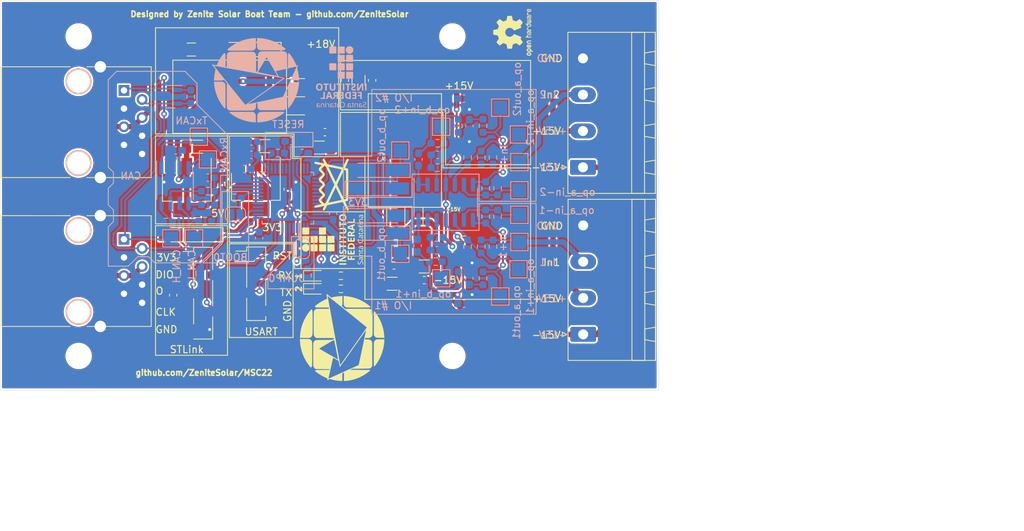
<source format=kicad_pcb>
(kicad_pcb (version 20211014) (generator pcbnew)
  (layers (0 "F.Cu" signal) (31 "B.Cu" signal) (34 "B.Paste" user) (35 "F.Paste" user) (36 "B.SilkS" user "B.Silkscreen") (37 "F.SilkS" user "F.Silkscreen") (38 "B.Mask" user) (39 "F.Mask" user) (44 "Edge.Cuts" user))
  (net 0 "")
  (net 1 "GND")
  (net 2 "+3V3")
  (net 3 "Net-(C102-Pad1)")
  (net 4 "Net-(C103-Pad1)")
  (net 5 "Net-(C104-Pad1)")
  (net 6 "/Bipolar Analog/out1")
  (net 7 "Net-(C105-Pad1)")
  (net 8 "/Bipolar Analog/out2")
  (net 9 "Net-(C106-Pad1)")
  (net 10 "Net-(C107-Pad1)")
  (net 11 "+15V")
  (net 12 "-15V")
  (net 13 "/STM32/RESET")
  (net 14 "/POWER SUPPLY/+18V")
  (net 15 "+5V")
  (net 16 "Net-(C132-Pad1)")
  (net 17 "Net-(D105-Pad2)")
  (net 18 "Net-(D106-Pad2)")
  (net 19 "/CANBUS CONN/CAN_H")
  (net 20 "/CANBUS CONN/CAN_L")
  (net 21 "Net-(D108-Pad2)")
  (net 22 "/CANBUS CONN/CAN_18V")
  (net 23 "/STM32/USART1_RX")
  (net 24 "/STM32/USART1_TX")
  (net 25 "/STM32/SWDIO")
  (net 26 "/STM32/SWO")
  (net 27 "/STM32/SWCLK")
  (net 28 "/Bipolar Analog/in1+")
  (net 29 "/Bipolar Analog/in2+")
  (net 30 "Net-(R103-Pad1)")
  (net 31 "Net-(R104-Pad1)")
  (net 32 "Net-(R105-Pad1)")
  (net 33 "Net-(R106-Pad1)")
  (net 34 "Net-(R107-Pad1)")
  (net 35 "Net-(R109-Pad1)")
  (net 36 "/STM32/LED0")
  (net 37 "/STM32/LED1")
  (net 38 "/STM32/BOOT0")
  (net 39 "Net-(R124-Pad1)")
  (net 40 "Net-(R126-Pad2)")
  (net 41 "/STM32/JUMP0")
  (net 67 "/CANBUS/CAN_RX")
  (net 68 "/CANBUS/CAN_TX")
  (net 69 "Net-(C101-Pad2)")
  (footprint "naolavar:naolavar" (layer "F.Cu") (at 135.7884 98.1456 90)
    (fp_text reference "SYM105")
    (fp_text value "SYM_Radioactive_Radiation_Small" hide)
  )
  (footprint "Package_TO_SOT_SMD:SOT-223-3_TabPin2" (layer "F.Cu") (at 115.57 98.552 -90)
    (fp_text reference "U105")
    (fp_text value "AMS1117-5")
  )
  (footprint "logoifsc:logoifsc" (layer "F.Cu") (at 135.9408 105.8164 90)
    (fp_text reference "SYM102")
    (fp_text value "SYM_LASER_Small" hide)
  )
  (footprint "Symbol:OSHW-Logo2_7.3x6mm_SilkScreen" (layer "F.Cu") (at 161.163 76.835 90)
    (fp_text reference "LOGO101" hide)
    (fp_text value "Logo_Open_Hardware_Small" hide)
  )
  (footprint "LED_SMD:LED_0603_1608Metric_Pad1.05x0.95mm_HandSolder" (layer "F.Cu") (at 133.5532 112.7252)
    (fp_text reference "D106")
    (fp_text value "~")
  )
  (footprint "KicadZeniteSolarLibrary18:TO-220-3_Horizontal_Tabless_SMD" (layer "F.Cu") (at 143.51 105.0065)
    (fp_text reference "U104")
    (fp_text value "K78L15-1000R3")
  )
  (footprint "Capacitor_SMD:C_0603_1608Metric_Pad1.08x0.95mm_HandSolder" (layer "F.Cu") (at 144.526 109.4515 180)
    (fp_text reference "C120")
    (fp_text value "100n")
  )
  (footprint "MountingHole:MountingHole_3.2mm_M3" (layer "F.Cu") (at 152.69 122.12)
    (fp_text reference "H104")
    (fp_text value "Mount_BR")
  )
  (footprint "Capacitor_SMD:C_0603_1608Metric_Pad1.08x0.95mm_HandSolder" (layer "F.Cu") (at 120.396 98.171 -90)
    (fp_text reference "C126")
    (fp_text value "100n")
  )
  (footprint "Capacitor_SMD:C_1206_3216Metric_Pad1.33x1.80mm_HandSolder" (layer "F.Cu") (at 134.112 92.964)
    (fp_text reference "C117")
    (fp_text value "4.7u")
  )
  (footprint "LED_SMD:LED_0603_1608Metric_Pad1.05x0.95mm_HandSolder" (layer "F.Cu") (at 133.5532 110.8964)
    (fp_text reference "D105")
    (fp_text value "~")
  )
  (footprint "Capacitor_SMD:C_1206_3216Metric_Pad1.33x1.80mm_HandSolder" (layer "F.Cu") (at 126.492 92.7608 180)
    (fp_text reference "C130")
    (fp_text value "4.7u")
  )
  (footprint "KicadZeniteSolarLibrary18:RJ45_YH59_01" (layer "F.Cu") (at 106.7816 105.786 -90)
    (fp_text reference "J105")
    (fp_text value "RJ45")
  )
  (footprint "logo:logo" (layer "F.Cu") (at 137.2616 119.5324 90)
    (fp_text reference "SYM101" hide)
    (fp_text value "SYM_Radioactive_Radiation_Small" hide)
  )
  (footprint "Capacitor_SMD:C_1206_3216Metric_Pad1.33x1.80mm_HandSolder" (layer "F.Cu") (at 144.272 112.014 180)
    (fp_text reference "C118")
    (fp_text value "4.7u")
  )
  (footprint "Connector_Phoenix_MSTB:PhoenixContact_MSTBA_2,5_4-G-5,08_1x04_P5.08mm_Horizontal" (layer "F.Cu") (at 170.942 95.7245 90)
    (fp_text reference "J104")
    (fp_text value "Sensor2")
  )
  (footprint "Capacitor_SMD:C_0603_1608Metric_Pad1.08x0.95mm_HandSolder" (layer "F.Cu") (at 129.667 98.806 -90)
    (fp_text reference "C129")
    (fp_text value "100n")
  )
  (footprint "Package_TO_SOT_SMD:SOT-223-3_TabPin2" (layer "F.Cu") (at 125.222 98.425 -90)
    (fp_text reference "U106")
    (fp_text value "AMS1117-3.3")
  )
  (footprint "MountingHole:MountingHole_3.2mm_M3" (layer "F.Cu") (at 100.457 122.12)
    (fp_text reference "H101")
    (fp_text value "Mount_TL")
  )
  (footprint "Resistor_SMD:R_0603_1608Metric_Pad0.98x0.95mm_HandSolder" (layer "F.Cu") (at 137.1092 112.7252 180)
    (fp_text reference "R120")
    (fp_text value "10k")
  )
  (footprint "MountingHole:MountingHole_3.2mm_M3" (layer "F.Cu") (at 152.69 77.41)
    (fp_text reference "H103")
    (fp_text value "Mount_BL")
  )
  (footprint "Connector_PinHeader_2.54mm:PinHeader_1x04_P2.54mm_Vertical_SMD_Pin1Left" (layer "F.Cu") (at 125.2728 112.014)
    (fp_text reference "J101")
    (fp_text value "USART")
  )
  (footprint "Fuse:Fuse_1206_3216Metric_Pad1.42x1.75mm_HandSolder" (layer "F.Cu") (at 116.205 79.248)
    (fp_text reference "F101")
    (fp_text value "Fuse")
  )
  (footprint "MountingHole:MountingHole_3.2mm_M3" (layer "F.Cu") (at 100.457 77.41)
    (fp_text reference "H102")
    (fp_text value "Mount_TR")
  )
  (footprint "Capacitor_SMD:C_0603_1608Metric_Pad1.08x0.95mm_HandSolder" (layer "F.Cu") (at 148.7435 111.506)
    (fp_text reference "C125")
    (fp_text value "100n")
  )
  (footprint "Capacitor_SMD:C_0603_1608Metric_Pad1.08x0.95mm_HandSolder" (layer "F.Cu") (at 141.478 83.566 90)
    (fp_text reference "C124")
    (fp_text value "100n")
  )
  (footprint "Connector_PinHeader_2.54mm:PinHeader_1x05_P2.54mm_Vertical_SMD_Pin1Left" (layer "F.Cu") (at 117.856 113.3348)
    (fp_text reference "J102")
    (fp_text value "STLink")
  )
  (footprint "Connector_Phoenix_MSTB:PhoenixContact_MSTBA_2,5_4-G-5,08_1x04_P5.08mm_Horizontal" (layer "F.Cu") (at 170.9745 119.0925 90)
    (fp_text reference "J103")
    (fp_text value "Sensor1")
  )
  (footprint "Capacitor_SMD:C_0603_1608Metric_Pad1.08x0.95mm_HandSolder" (layer "F.Cu") (at 113.665 113.6142 90)
    (fp_text reference "C101")
    (fp_text value "100n")
  )
  (footprint "Capacitor_SMD:C_1206_3216Metric_Pad1.33x1.80mm_HandSolder" (layer "F.Cu") (at 117.094 92.837 180)
    (fp_text reference "C127")
    (fp_text value "4.7u")
  )
  (footprint "Diode_SMD:D_MiniMELF_Handsoldering" (layer "F.Cu") (at 124.206 79.248 180)
    (fp_text reference "D108")
    (fp_text value "LL4148")
  )
  (footprint "Capacitor_SMD:C_0603_1608Metric_Pad1.08x0.95mm_HandSolder" (layer "F.Cu") (at 120.396 94.742 -90)
    (fp_text reference "C128")
    (fp_text value "100n")
  )
  (footprint "Capacitor_SMD:C_0603_1608Metric_Pad1.08x0.95mm_HandSolder" (layer "F.Cu") (at 137.668 83.566 90)
    (fp_text reference "C121")
    (fp_text value "100n")
  )
  (footprint "Capacitor_SMD:C_1206_3216Metric_Pad1.33x1.80mm_HandSolder" (layer "F.Cu") (at 148.7435 109.5985)
    (fp_text reference "C123")
    (fp_text value "4.7u")
  )
  (footprint "Diode_SMD:D_MiniMELF_Handsoldering" (layer "F.Cu") (at 116.078 105.156 180)
    (fp_text reference "D109")
    (fp_text value "LL4148")
  )
  (footprint "KicadZeniteSolarLibrary18:RJ45_YH59_01" (layer "F.Cu") (at 106.7816 84.958 -90)
    (fp_text reference "J106")
    (fp_text value "RJ45")
  )
  (footprint "Resistor_SMD:R_0603_1608Metric_Pad0.98x0.95mm_HandSolder" (layer "F.Cu") (at 137.1092 110.8964 180)
    (fp_text reference "R121")
    (fp_text value "10k")
  )
  (footprint "KicadZeniteSolarLibrary18:TO-220-3_Horizontal_Tabless_SMD" (layer "F.Cu") (at 133.1976 88.392 90)
    (fp_text reference "U103")
    (fp_text value "K78L15-1000R3")
  )
  (footprint "Capacitor_SMD:C_0603_1608Metric_Pad1.08x0.95mm_HandSolder" (layer "F.Cu") (at 134.874 90.805)
    (fp_text reference "C119")
    (fp_text value "100n")
  )
  (footprint "Capacitor_SMD:C_1206_3216Metric_Pad1.33x1.80mm_HandSolder" (layer "F.Cu") (at 139.573 83.566 90)
    (fp_text reference "C122")
    (fp_text value "4.7u")
  )
  (footprint "Resistor_SMD:R_0603_1608Metric_Pad0.98x0.95mm_HandSolder" (layer "B.Cu") (at 150.368 108.9152 180)
    (fp_text reference "R115")
    (fp_text value "1k")
  )
  (footprint "Resistor_SMD:R_0603_1608Metric_Pad0.98x0.95mm_HandSolder" (layer "B.Cu") (at 153.5176 89.916 -90)
    (fp_text reference "R114")
    (fp_text value "1k")
  )
  (footprint "Resistor_SMD:R_0603_1608Metric_Pad0.98x0.95mm_HandSolder" (layer "B.Cu") (at 128.298 93.726 180)
    (fp_text reference "R119")
    (fp_text value "10k")
  )
  (footprint "Capacitor_SMD:C_0603_1608Metric_Pad1.08x0.95mm_HandSolder" (layer "B.Cu") (at 118.523049 97.155 180)
    (fp_text reference "C132")
    (fp_text value "4.7n")
  )
  (footprint "Capacitor_SMD:C_0603_1608Metric_Pad1.08x0.95mm_HandSolder" (layer "B.Cu") (at 150.622 93.98)
    (fp_text reference "C107")
    (fp_text value "100n")
  )
  (footprint "TestPoint:TestPoint_Pad_2.0x2.0mm" (layer "B.Cu") (at 162.052 98.933 -90)
    (fp_text reference "TP105")
    (fp_text value "op_a_in-2")
  )
  (footprint "Capacitor_SMD:C_0603_1608Metric_Pad1.08x0.95mm_HandSolder" (layer "B.Cu") (at 131.699 93.726)
    (fp_text reference "C115")
    (fp_text value "100n")
  )
  (footprint "Capacitor_SMD:C_0603_1608Metric_Pad1.08x0.95mm_HandSolder" (layer "B.Cu") (at 154.305 114.808 180)
    (fp_text reference "C109")
    (fp_text value "100n")
  )
  (footprint "TestPoint:TestPoint_Pad_2.0x2.0mm" (layer "B.Cu") (at 145.415 107.823 -90)
    (fp_text reference "TP111")
    (fp_text value "op_b_out1")
  )
  (footprint "TestPoint:TestPoint_Pad_2.0x2.0mm" (layer "B.Cu") (at 159.385 113.792 -90)
    (fp_text reference "TP107")
    (fp_text value "op_a_out1")
  )
  (footprint "TestPoint:TestPoint_Pad_2.0x2.0mm" (layer "B.Cu") (at 151.13 111.252 -90)
    (fp_text reference "TP109")
    (fp_text value "op_b_in+1")
  )
  (footprint "Diode_SMD:D_MiniMELF_Handsoldering" (layer "B.Cu") (at 142.24 98.679)
    (fp_text reference "D103")
    (fp_text value "3V9")
  )
  (footprint "Package_SO:SOIC-14_3.9x8.7mm_P1.27mm" (layer "B.Cu") (at 151.765 100.62 -90)
    (fp_text reference "U101")
    (fp_text value "LM324")
  )
  (footprint "Package_TO_SOT_SMD:SOT-23" (layer "B.Cu") (at 113.284 85.852 180)
    (fp_text reference "D107")
    (fp_text value "pesd1can")
  )
  (footprint "Resistor_SMD:R_0603_1608Metric_Pad0.98x0.95mm_HandSolder" (layer "B.Cu") (at 154.813 106.807 90)
    (fp_text reference "R108")
    (fp_text value "560")
  )
  (footprint "Capacitor_SMD:C_0603_1608Metric_Pad1.08x0.95mm_HandSolder" (layer "B.Cu") (at 155.067 89.916 -90)
    (fp_text reference "C103")
    (fp_text value "100n")
  )
  (footprint "Capacitor_SMD:C_0603_1608Metric_Pad1.08x0.95mm_HandSolder" (layer "B.Cu") (at 147.955 94.615 -90)
    (fp_text reference "C105")
    (fp_text value "100n")
  )
  (footprint "TestPoint:TestPoint_Pad_2.0x2.0mm" (layer "B.Cu") (at 145.415 93.374 -90)
    (fp_text reference "TP112")
    (fp_text value "op_b_out2")
  )
  (footprint "Resistor_SMD:R_0603_1608Metric_Pad0.98x0.95mm_HandSolder" (layer "B.Cu") (at 112.649 103.378 180)
    (fp_text reference "R124")
    (fp_text value "4k7")
  )
  (footprint "Diode_SMD:D_MiniMELF_Handsoldering" (layer "B.Cu") (at 142.24 102.489)
    (fp_text reference "D101")
    (fp_text value "3V9")
  )
  (footprint "TestPoint:TestPoint_Pad_2.0x2.0mm" (layer "B.Cu") (at 161.9885 91.13 -90)
    (fp_text reference "TP106")
    (fp_text value "op_a_in+2")
  )
  (footprint "Resistor_SMD:R_0603_1608Metric_Pad0.98x0.95mm_HandSolder" (layer "B.Cu") (at 156.718 94.361 -90)
    (fp_text reference "R106")
    (fp_text value "1k")
  )
  (footprint "Resistor_SMD:R_0603_1608Metric_Pad0.98x0.95mm_HandSolder" (layer "B.Cu") (at 118.11 103.251)
    (fp_text reference "R128")
    (fp_text value "520")
  )
  (footprint "Capacitor_SMD:C_0603_1608Metric_Pad1.08x0.95mm_HandSolder" (layer "B.Cu") (at 125.6792 105.6132 90)
    (fp_text reference "C113")
    (fp_text value "100n")
  )
  (footprint "Capacitor_SMD:C_0603_1608Metric_Pad1.08x0.95mm_HandSolder" (layer "B.Cu") (at 147.828 106.68 90)
    (fp_text reference "C104")
    (fp_text value "100n")
  )
  (footprint "Resistor_SMD:R_0603_1608Metric_Pad0.98x0.95mm_HandSolder" (layer "B.Cu") (at 153.5176 111.252 90)
    (fp_text reference "R113")
    (fp_text value "1k")
  )
  (footprint "Resistor_SMD:R_0603_1608Metric_Pad0.98x0.95mm_HandSolder" (layer "B.Cu") (at 154.813 94.361 -90)
    (fp_text reference "R110")
    (fp_text value "560")
  )
  (footprint "Resistor_SMD:R_0603_1608Metric_Pad0.98x0.95mm_HandSolder" (layer "B.Cu") (at 150.622 95.758 180)
    (fp_text reference "R118")
    (fp_text value "22k")
  )
  (footprint "logoifsc:logoifsc" (layer "B.Cu") (at 137.16 83.058 180)
    (fp_text reference "SYM104")
    (fp_text value "SYM_LASER_Small" hide)
  )
  (footprint "Capacitor_SMD:C_0603_1608Metric_Pad1.08x0.95mm_HandSolder" (layer "B.Cu") (at 136.017 102.19975 -90)
    (fp_text reference "C112")
    (fp_text value "100n")
  )
  (footprint "TestPoint:TestPoint_Pad_2.0x2.0mm" (layer "B.Cu") (at 162.052 106.172 -90)
    (fp_text reference "TP101")
    (fp_text value "in+1")
  )
  (footprint "Resistor_SMD:R_0603_1608Metric_Pad0.98x0.95mm_HandSolder" (layer "B.Cu") (at 156.972 89.916 -90)
    (fp_text reference "R112")
    (fp_text value "1k")
  )
  (footprint "Resistor_SMD:R_0603_1608Metric_Pad0.98x0.95mm_HandSolder" (layer "B.Cu") (at 150.495 105.537 180)
    (fp_text reference "R117")
    (fp_text value "22k")
  )
  (footprint "Resistor_SMD:R_0603_1608Metric_Pad0.98x0.95mm_HandSolder" (layer "B.Cu") (at 118.523049 99.06 180)
    (fp_text reference "R127")
    (fp_text value "520")
  )
  (footprint "Capacitor_SMD:C_0603_1608Metric_Pad1.08x0.95mm_HandSolder" (layer "B.Cu") (at 124.6124 92.10325)
    (fp_text reference "C111")
    (fp_text value "100n")
  )
  (footprint "Capacitor_SMD:C_0603_1608Metric_Pad1.08x0.95mm_HandSolder" (layer "B.Cu") (at 123.6472 95.9612)
    (fp_text reference "C114")
    (fp_text value "100n")
  )
  (footprint "Capacitor_SMD:C_0603_1608Metric_Pad1.08x0.95mm_HandSolder" (layer "B.Cu") (at 154.305 86.106)
    (fp_text reference "C108")
    (fp_text value "100n")
  )
  (footprint "Resistor_SMD:R_0603_1608Metric_Pad0.98x0.95mm_HandSolder" (layer "B.Cu") (at 156.718 106.807 90)
    (fp_text reference "R104")
    (fp_text value "1k")
  )
  (footprint "Resistor_SMD:R_0603_1608Metric_Pad0.98x0.95mm_HandSolder" (layer "B.Cu") (at 118.523049 100.965 180)
    (fp_text reference "R126")
    (fp_text value "300")
  )
  (footprint "Resistor_SMD:R_0603_1608Metric_Pad0.98x0.95mm_HandSolder" (layer "B.Cu") (at 116.11725 85.852 90)
    (fp_text reference "R125")
    (fp_text value "NC")
  )
  (footprint "TestPoint:TestPoint_Pad_2.0x2.0mm" (layer "B.Cu") (at 117.253049 91.44 180)
    (fp_text reference "TP501")
    (fp_text value "TxCAN")
  )
  (footprint "Capacitor_SMD:C_0603_1608Metric_Pad1.08x0.95mm_HandSolder" (layer "B.Cu") (at 114.046 93.345)
    (fp_text reference "C131")
    (fp_text value "100n")
  )
  (footprint "Resistor_SMD:R_0603_1608Metric_Pad0.98x0.95mm_HandSolder" (layer "B.Cu") (at 122.23325 99.99325 180)
    (fp_text reference "R123")
    (fp_text value "10k")
  )
  (footprint "TestPoint:TestPoint_Pad_2.0x2.0mm" (layer "B.Cu") (at 159.385 87.376 -90)
    (fp_text reference "TP108")
    (fp_text value "op_a_out2")
  )
  (footprint "Resistor_SMD:R_0603_1608Metric_Pad0.98x0.95mm_HandSolder" (layer "B.Cu") (at 150.622 92.3544 180)
    (fp_text reference "R116")
    (fp_text value "1k")
  )
  (footprint "Resistor_SMD:R_0603_1608Metric_Pad0.98x0.95mm_HandSolder" (layer "B.Cu") (at 157.353 102.616 90)
    (fp_text reference "R107")
    (fp_text value "560")
  )
  (footprint "TestPoint:TestPoint_Pad_2.0x2.0mm" (layer "B.Cu") (at 151.13 90.043 -90)
    (fp_text reference "TP110")
    (fp_text value "op_b_in+2")
  )
  (footprint "Package_SO:SOIC-8_3.9x4.9mm_P1.27mm" (layer "B.Cu") (at 113.919 98.298 -90)
    (fp_text reference "U501")
    (fp_text value "MCP2561-E-SN")
  )
  (footprint "Jumper:SolderJumper-2_P1.3mm_Open_RoundedPad1.0x1.5mm" (layer "B.Cu") (at 131.7244 107.0864 90)
    (fp_text reference "R301")
    (fp_text value "JUMP0")
  )
  (footprint "TestPoint:TestPoint_Pad_2.0x2.0mm" (layer "B.Cu") (at 161.925 109.982 -90)
    (fp_text reference "TP104")
    (fp_text value "op_a_in+1")
  )
  (footprint "TestPoint:TestPoint_Pad_2.0x2.0mm" (layer "B.Cu") (at 162.052 94.996 -90)
    (fp_text reference "TP102")
    (fp_text value "in+2")
  )
  (footprint "Capacitor_SMD:C_0603_1608Metric_Pad1.08x0.95mm_HandSolder" (layer "B.Cu") (at 124.6124 93.98)
    (fp_text reference "C110")
    (fp_text value "100n")
  )
  (footprint "Resistor_SMD:R_0603_1608Metric_Pad0.98x0.95mm_HandSolder" (layer "B.Cu") (at 132.4356 110.8456 -90)
    (fp_text reference "R302")
    (fp_text value "10k")
  )
  (footprint "TestPoint:TestPoint_Pad_2.0x2.0mm" (layer "B.Cu") (at 113.411 105.664 -90)
    (fp_text reference "TP503")
    (fp_text value "CAN_H")
  )
  (footprint "Resistor_SMD:R_0603_1608Metric_Pad0.98x0.95mm_HandSolder" (layer "B.Cu") (at 159.004 102.616 -90)
    (fp_text reference "R103")
    (fp_text value "1k")
  )
  (footprint "Capacitor_SMD:C_0603_1608Metric_Pad1.08x0.95mm_HandSolder" (layer "B.Cu") (at 155.067 111.252 90)
    (fp_text reference "C102")
    (fp_text value "100n")
  )
  (footprint "Resistor_SMD:R_0603_1608Metric_Pad0.98x0.95mm_HandSolder" (layer "B.Cu") (at 158.369 106.807 -90)
    (fp_text reference "R101")
    (fp_text value "30")
  )
  (footprint "Resistor_SMD:R_0603_1608Metric_Pad0.98x0.95mm_HandSolder" (layer "B.Cu") (at 158.369 94.361 90)
    (fp_text reference "R102")
    (fp_text value "30")
  )
  (footprint "Capacitor_SMD:C_0603_1608Metric_Pad1.08x0.95mm_HandSolder" (layer "B.Cu") (at 130.175 92.075 180)
    (fp_text reference "C116")
    (fp_text value "100n")
  )
  (footprint "Package_QFP:LQFP-48_7x7mm_P0.5mm" (layer "B.Cu") (at 129.695 100.04075 -90)
    (fp_text reference "U301")
    (fp_text value "STM32F103C8Tx")
  )
  (footprint "Diode_SMD:D_MiniMELF_Handsoldering" (layer "B.Cu") (at 142.24 104.9274 180)
    (fp_text reference "D102")
    (fp_text value "3V9")
  )
  (footprint "TestPoint:TestPoint_Pad_2.0x2.0mm" (layer "B.Cu") (at 116.586 105.664 -90)
    (fp_text reference "TP504")
    (fp_text value "CAN_L")
  )
  (footprint "Diode_SMD:D_MiniMELF_Handsoldering" (layer "B.Cu") (at 142.24 96.139 180)
    (fp_text reference "D104")
    (fp_text value "3V9")
  )
  (footprint "TestPoint:TestPoint_Pad_2.0x2.0mm" (layer "B.Cu") (at 118.523049 94.615 180)
    (fp_text reference "TP502")
    (fp_text value "RxCAN")
  )
  (footprint "Resistor_SMD:R_0603_1608Metric_Pad0.98x0.95mm_HandSolder" (layer "B.Cu") (at 159.004 98.679 90)
    (fp_text reference "R105")
    (fp_text value "1k")
  )
  (footprint "TestPoint:TestPoint_Pad_2.0x2.0mm" (layer "B.Cu") (at 162.052 102.362 -90)
    (fp_text reference "TP103")
    (fp_text value "op_a_in-1")
  )
  (footprint "Resistor_SMD:R_0603_1608Metric_Pad0.98x0.95mm_HandSolder" (layer "B.Cu") (at 156.972 111.252 90)
    (fp_text reference "R111")
    (fp_text value "1k")
  )
  (footprint "Capacitor_SMD:C_0603_1608Metric_Pad1.08x0.95mm_HandSolder" (layer "B.Cu") (at 150.495 107.315)
    (fp_text reference "C106")
    (fp_text value "100n")
  )
  (footprint "Resistor_SMD:R_0603_1608Metric_Pad0.98x0.95mm_HandSolder" (layer "B.Cu") (at 157.353 98.679 -90)
    (fp_text reference "R109")
    (fp_text value "560")
  )
  (footprint "logo:logo" (layer "B.Cu") (at 125.1712 83.5152 180)
    (fp_text reference "SYM103" hide)
    (fp_text value "SYM_Radioactive_Radiation_Small" hide)
  )
  (footprint "Jumper:SolderJumper-2_P1.3mm_Open_RoundedPad1.0x1.5mm" (layer "B.Cu") (at 122.36025 102.27925)
    (fp_text reference "R122")
    (fp_text value "BOOT0")
  )
  (gr_line (start 146.812 84.836) (end 141.4272 84.836) (layer "B.SilkS") (width 0.12))
  (gr_line (start 160.0708 84.836) (end 164.338 84.836) (layer "B.SilkS") (width 0.12))
  (gr_line (start 146.812 116.2812) (end 160.0708 116.2812) (layer "B.SilkS") (width 0.12))
  (gr_line (start 120.4976 106.426) (end 117.8306 109.093) (layer "B.SilkS") (width 0.12))
  (gr_line (start 146.812 116.2812) (end 144.6784 116.2812) (layer "B.SilkS") (width 0.12))
  (gr_line (start 164.3888 84.836) (end 164.338 84.836) (layer "B.SilkS") (width 0.12))
  (gr_line (start 130.2004 107.6452) (end 130.2004 105.41) (layer "B.SilkS") (width 0.12))
  (gr_line (start 164.3888 111.9632) (end 164.3888 116.2812) (layer "B.SilkS") (width 0.12))
  (gr_line (start 133.1976 90.8304) (end 133.1976 92.8624) (layer "B.SilkS") (width 0.12))
  (gr_line (start 130.0988 94.6404) (end 130.0988 92.8624) (layer "B.SilkS") (width 0.12))
  (gr_line (start 120.2944 96.8248) (end 120.2944 104.902) (layer "B.SilkS") (width 0.12))
  (gr_line (start 120.2944 96.8248) (end 121.5136 96.8248) (layer "B.SilkS") (width 0.12))
  (gr_line (start 126.5428 90.8304) (end 133.1976 90.8304) (layer "B.SilkS") (width 0.12))
  (gr_line (start 137.4648 106.934) (end 137.4648 108.1532) (layer "B.SilkS") (width 0.12))
  (gr_line (start 115.316 82.296) (end 110.998 82.296) (layer "B.SilkS") (width 0.12))
  (gr_line (start 144.7292 99.9236) (end 138.0236 99.9236) (layer "B.SilkS") (width 0.12))
  (gr_line (start 105.3084 97.9424) (end 104.5972 98.6536) (layer "B.SilkS") (width 0.12))
  (gr_line (start 104.5972 107.8484) (end 104.5972 109.093) (layer "B.SilkS") (width 0.12))
  (gr_line (start 164.3888 116.2812) (end 164.338 116.2812) (layer "B.SilkS") (width 0.12))
  (gr_line (start 141.4272 108.1532) (end 137.4648 108.1532) (layer "B.SilkS") (width 0.12))
  (gr_line (start 108.712 108.2294) (end 107.3912 109.5502) (layer "B.SilkS") (width 0.12))
  (gr_line (start 104.5972 83.4644) (end 104.5972 95.7072) (layer "B.SilkS") (width 0.12))
  (gr_line (start 104.5972 104.0384) (end 104.5972 107.188) (layer "B.SilkS") (width 0.12))
  (gr_line (start 144.78 101.1936) (end 138.0236 101.1936) (layer "B.SilkS") (width 0.12))
  (gr_line (start 104.5972 109.5502) (end 104.5972 109.093) (layer "B.SilkS") (width 0.12))
  (gr_line (start 160.02 100.7872) (end 156.4132 100.7872) (layer "B.SilkS") (width 0.12))
  (gr_line (start 104.5972 100.9904) (end 105.3084 101.7016) (layer "B.SilkS") (width 0.12))
  (gr_line (start 105.3084 103.3272) (end 104.5972 104.0384) (layer "B.SilkS") (width 0.12))
  (gr_line (start 117.5004 109.093) (end 111.0996 109.093) (layer "B.SilkS") (width 0.12))
  (gr_line (start 160.02 100.4824) (end 156.4132 100.4824) (layer "B.SilkS") (width 0.12))
  (gr_line (start 126.8984 112.7252) (end 126.8984 110.9472) (layer "B.SilkS") (width 0.12))
  (gr_line (start 124.206 99.1108) (end 120.4976 99.1108) (layer "B.SilkS") (width 0.12))
  (gr_line (start 126.5428 94.6404) (end 130.0988 94.6404) (layer "B.SilkS") (width 0.12))
  (gr_line (start 104.5972 98.6536) (end 104.5972 100.9904) (layer "B.SilkS") (width 0.12))
  (gr_line (start 146.812 84.836) (end 160.0708 84.836) (layer "B.SilkS") (width 0.12))
  (gr_line (start 156.4132 100.4824) (end 156.4132 96.6724) (layer "B.SilkS") (width 0.12))
  (gr_line (start 120.2944 104.902) (end 120.2944 105.537) (layer "B.SilkS") (width 0.12))
  (gr_line (start 164.3888 89.154) (end 164.3888 100.4824) (layer "B.SilkS") (width 0.12))
  (gr_line (start 111.0996 109.093) (end 110.236 108.2294) (layer "B.SilkS") (width 0.12))
  (gr_line (start 126.5428 91.0336) (end 126.5428 94.6404) (layer "B.SilkS") (width 0.12))
  (gr_line (start 164.3888 100.7872) (end 164.3888 111.9632) (layer "B.SilkS") (width 0.12))
  (gr_line (start 126.8984 110.9472) (end 130.2004 107.6452) (layer "B.SilkS") (width 0.12))
  (gr_line (start 147.066 101.1936) (end 147.066 104.5464) (layer "B.SilkS") (width 0.12))
  (gr_line (start 141.4272 94.1832) (end 141.4272 84.8868) (layer "B.SilkS") (width 0.12))
  (gr_line (start 120.4976 105.156) (end 120.4976 106.426) (layer "B.SilkS") (width 0.12))
  (gr_line (start 156.4132 104.5464) (end 148.1328 104.5464) (layer "B.SilkS") (width 0.12))
  (gr_line (start 107.3912 109.5502) (end 104.5972 109.5502) (layer "B.SilkS") (width 0.12))
  (gr_line (start 144.7292 99.9236) (end 147.066 99.9236) (layer "B.SilkS") (width 0.12))
  (gr_line (start 133.35 112.7252) (end 129.3876 112.7252) (layer "B.SilkS") (width 0.12))
  (gr_line (start 143.256 116.2812) (end 144.6784 116.2812) (layer "B.SilkS") (width 0.12))
  (gr_line (start 120.2944 105.537) (end 120.2944 105.918) (layer "B.SilkS") (width 0.12))
  (gr_line (start 133.35 105.41) (end 133.35 105.664) (layer "B.SilkS") (width 0.12))
  (gr_line (start 164.3888 89.2048) (end 164.3888 84.836) (layer "B.SilkS") (width 0.12))
  (gr_line (start 144.78 101.1936) (end 147.066 101.1936) (layer "B.SilkS") (width 0.12))
  (gr_line (start 137.4648 94.1832) (end 137.4648 99.9236) (layer "B.SilkS") (width 0.12))
  (gr_line (start 124.206 107.442) (end 124.206 99.1108) (layer "B.SilkS") (width 0.12))
  (gr_line (start 124.206 109.093) (end 124.206 107.8484) (layer "B.SilkS") (width 0.12))
  (gr_line (start 105.3084 101.7016) (end 105.3084 103.3272) (layer "B.SilkS") (width 0.12))
  (gr_line (start 104.5972 107.442) (end 104.5972 107.188) (layer "B.SilkS") (width 0.12))
  (gr_line (start 104.5972 107.442) (end 104.5972 107.8484) (layer "B.SilkS") (width 0.12))
  (gr_line (start 133.35 105.664) (end 133.35 112.7252) (layer "B.SilkS") (width 0.12))
  (gr_line (start 147.066 96.6724) (end 147.9804 96.6724) (layer "B.SilkS") (width 0.12))
  (gr_line (start 137.4648 94.1832) (end 141.4272 94.1832) (layer "B.SilkS") (width 0.12))
  (gr_line (start 137.4648 101.1936) (end 137.4648 106.934) (layer "B.SilkS") (width 0.12))
  (gr_line (start 141.4272 108.1532) (end 141.4272 116.2812) (layer "B.SilkS") (width 0.12))
  (gr_line (start 160.0708 116.2812) (end 164.338 116.2812) (layer "B.SilkS") (width 0.12))
  (gr_line (start 138.0236 99.9236) (end 137.4648 99.9236) (layer "B.SilkS") (width 0.12))
  (gr_line (start 105.3084 96.4184) (end 105.3084 97.9424) (layer "B.SilkS") (width 0.12))
  (gr_line (start 120.2944 105.918) (end 120.2944 106.299) (layer "B.SilkS") (width 0.12))
  (gr_line (start 110.998 82.296) (end 106.2736 82.296) (layer "B.SilkS") (width 0.12))
  (gr_line (start 105.7656 82.296) (end 104.5972 83.4644) (layer "B.SilkS") (width 0.12))
  (gr_line (start 116.9924 86.9188) (end 116.9924 83.9724) (layer "B.SilkS") (width 0.12))
  (gr_line (start 129.3876 112.7252) (end 126.8984 112.7252) (layer "B.SilkS") (width 0.12))
  (gr_line (start 147.066 104.5464) (end 148.1328 104.5464) (layer "B.SilkS") (width 0.12))
  (gr_line (start 141.4272 84.8868) (end 141.4272 84.836) (layer "B.SilkS") (width 0.12))
  (gr_line (start 116.9924 83.9724) (end 115.316 82.296) (layer "B.SilkS") (width 0.12))
  (gr_line (start 156.4132 100.7872) (end 156.4132 104.5464) (layer "B.SilkS") (width 0.12))
  (gr_line (start 141.4272 116.2812) (end 143.256 116.2812) (layer "B.SilkS") (width 0.12))
  (gr_line (start 164.3888 100.7872) (end 160.02 100.7872) (layer "B.SilkS") (width 0.12))
  (gr_line (start 121.5136 96.8248) (end 121.5136 91.44) (layer "B.SilkS") (width 0.12))
  (gr_line (start 104.5972 95.7072) (end 105.3084 96.4184) (layer "B.SilkS") (width 0.12))
  (gr_line (start 138.0236 101.1936) (end 137.4648 101.1936) (layer "B.SilkS") (width 0.12))
  (gr_line (start 117.8306 109.093) (end 124.206 109.093) (layer "B.SilkS") (width 0.12))
  (gr_line (start 126.5428 90.8304) (end 126.5428 91.0336) (layer "B.SilkS") (width 0.12))
  (gr_line (start 120.4976 99.1108) (end 120.4976 105.156) (layer "B.SilkS") (width 0.12))
  (gr_line (start 124.206 107.8484) (end 124.206 107.442) (layer "B.SilkS") (width 0.12))
  (gr_line (start 121.5136 91.44) (end 116.9924 86.9188) (layer "B.SilkS") (width 0.12))
  (gr_line (start 156.4132 96.6724) (end 147.9804 96.6724) (layer "B.SilkS") (width 0.12))
  (gr_line (start 147.066 99.9236) (end 147.066 96.6724) (layer "B.SilkS") (width 0.12))
  (gr_line (start 120.2944 106.299) (end 117.5004 109.093) (layer "B.SilkS") (width 0.12))
  (gr_line (start 110.236 108.2294) (end 108.712 108.2294) (layer "B.SilkS") (width 0.12))
  (gr_line (start 164.3888 100.4824) (end 159.9692 100.4824) (layer "B.SilkS") (width 0.12))
  (gr_line (start 130.2004 105.41) (end 133.35 105.41) (layer "B.SilkS") (width 0.12))
  (gr_line (start 106.2736 82.296) (end 105.7656 82.296) (layer "B.SilkS") (width 0.12))
  (gr_line (start 130.0988 92.8624) (end 133.1976 92.8624) (layer "B.SilkS") (width 0.12))
  (gr_line (start 140.462 94.234) (end 140.462 111.3536) (layer "F.SilkS") (width 0.12))
  (gr_line (start 130.3528 91.3384) (end 130.3528 94.488) (layer "F.SilkS") (width 0.12))
  (gr_line (start 131.5212 109.474) (end 131.5212 94.488) (layer "F.SilkS") (width 0.12))
  (gr_line (start 121.2596 91.3384) (end 121.158 91.3384) (layer "F.SilkS") (width 0.12))
  (gr_line (start 140.462 114.173) (end 140.462 111.3536) (layer "F.SilkS") (width 0.12))
  (gr_line (start 140.462 114.1984) (end 140.462 114.173) (layer "F.SilkS") (width 0.12))
  (gr_line (start 121.2596 122.0216) (end 111.2012 122.0216) (layer "F.SilkS") (width 0.12))
  (gr_line (start 121.2596 120.1928) (end 121.2596 106.4768) (layer "F.SilkS") (width 0.12))
  (gr_line (start 130.429 119.5324) (end 121.793 119.5324) (layer "F.SilkS") (width 0.12))
  (gr_line (start 137.0584 87.6808) (end 151.7396 87.6808) (layer "F.SilkS") (width 0.12))
  (gr_line (start 111.2012 90.8812) (end 111.2012 90.972) (layer "F.SilkS") (width 0.12))
  (gr_line (start 130.556 91.059) (end 111.2012 91.059) (layer "F.SilkS") (width 0.12))
  (gr_line (start 136.8044 80.4164) (end 136.8044 76.3524) (layer "F.SilkS") (width 0.12))
  (gr_line (start 140.462 109.8804) (end 131.5212 109.8804) (layer "F.SilkS") (width 0.12))
  (gr_line (start 121.793 106.426) (end 130.429 106.426) (layer "F.SilkS") (width 0.12))
  (gr_line (start 111.2012 103.632) (end 121.2596 103.632) (layer "F.SilkS") (width 0.12))
  (gr_line (start 121.5136 106.426) (end 121.5136 119.5324) (layer "F.SilkS") (width 0.12))
  (gr_line (start 111.2012 90.8812) (end 111.2012 76.6572) (layer "F.SilkS") (width 0.12))
  (gr_line (start 163.6268 95.3516) (end 151.7396 95.3516) (layer "F.SilkS") (width 0.12))
  (gr_line (start 151.384 88.0364) (end 151.384 95.8088) (layer "F.SilkS") (width 0.12))
  (gr_line (start 131.5212 94.488) (end 130.3528 94.488) (layer "F.SilkS") (width 0.12))
  (gr_line (start 163.6268 82.1436) (end 163.6268 95.3516) (layer "F.SilkS") (width 0.12))
  (gr_line (start 121.5136 119.5324) (end 121.793 119.5324) (layer "F.SilkS") (width 0.12))
  (gr_line (start 136.8044 90.972) (end 136.8044 94.234) (layer "F.SilkS") (width 0.12))
  (gr_line (start 121.5136 91.3384) (end 130.3528 91.3384) (layer "F.SilkS") (width 0.12))
  (gr_line (start 111.2012 103.2764) (end 111.2012 103.632) (layer "F.SilkS") (width 0.12))
  (gr_line (start 130.6068 106.2228) (end 130.6068 109.8804) (layer "F.SilkS") (width 0.12))
  (gr_line (start 137.0584 88.0364) (end 137.0584 90.9828) (layer "F.SilkS") (width 0.12))
  (gr_line (start 111.2012 103.886) (end 111.2012 106.4768) (layer "F.SilkS") (width 0.12))
  (gr_line (start 163.6268 114.1984) (end 163.6268 95.8088) (layer "F.SilkS") (width 0.12))
  (gr_line (start 130.429 106.426) (end 130.429 117.602) (layer "F.SilkS") (width 0.12))
  (gr_line (start 151.7396 87.6808) (end 151.7396 88.7984) (layer "F.SilkS") (width 0.12))
  (gr_line (start 136.8552 87.122) (end 136.8552 84.836) (layer "F.SilkS") (width 0.12))
  (gr_line (start 126.238 76.2) (end 136.8044 76.2) (layer "F.SilkS") (width 0.12))
  (gr_line (start 130.556 94.234) (end 130.556 91.059) (layer "F.SilkS") (width 0.12))
  (gr_line (start 121.2596 120.1928) (end 121.2596 122.0216) (layer "F.SilkS") (width 0.12))
  (gr_line (start 137.0584 90.9828) (end 137.0584 94.234) (layer "F.SilkS") (width 0.12))
  (gr_line (start 126.238 76.2) (end 111.2012 76.2) (layer "F.SilkS") (width 0.12))
  (gr_line (start 136.8044 90.972) (end 136.8044 80.4164) (layer "F.SilkS") (width 0.12))
  (gr_line (start 151.7396 88.7984) (end 151.7396 95.3516) (layer "F.SilkS") (width 0.12))
  (gr_line (start 137.0584 80.772) (end 163.6268 80.772) (layer "F.SilkS") (width 0.12))
  (gr_line (start 151.384 95.8088) (end 163.6268 95.8088) (layer "F.SilkS") (width 0.12))
  (gr_line (start 121.5136 91.4908) (end 121.5136 92.202) (layer "F.SilkS") (width 0.12))
  (gr_line (start 121.5136 106.1212) (end 121.5136 106.2228) (layer "F.SilkS") (width 0.12))
  (gr_line (start 121.793 106.426) (end 121.5136 106.426) (layer "F.SilkS") (width 0.12))
  (gr_line (start 121.5136 91.4908) (end 121.5136 91.3384) (layer "F.SilkS") (width 0.12))
  (gr_line (start 136.8044 94.234) (end 130.556 94.234) (layer "F.SilkS") (width 0.12))
  (gr_line (start 137.0584 88.0364) (end 151.384 88.0364) (layer "F.SilkS") (width 0.12))
  (gr_line (start 111.2012 90.9266) (end 111.2012 91.059) (layer "F.SilkS") (width 0.12))
  (gr_line (start 121.5136 106.2228) (end 130.6068 106.2228) (layer "F.SilkS") (width 0.12))
  (gr_line (start 137.16 94.234) (end 137.0584 94.234) (layer "F.SilkS") (width 0.12))
  (gr_line (start 111.2012 91.3384) (end 111.2012 103.2764) (layer "F.SilkS") (width 0.12))
  (gr_line (start 163.6268 114.1984) (end 140.462 114.1984) (layer "F.SilkS") (width 0.12))
  (gr_line (start 137.0584 82.1436) (end 137.0584 80.772) (layer "F.SilkS") (width 0.12))
  (gr_line (start 121.2596 106.4768) (end 121.2596 103.9876) (layer "F.SilkS") (width 0.12))
  (gr_line (start 121.2596 103.9876) (end 121.2596 103.886) (layer "F.SilkS") (width 0.12))
  (gr_line (start 130.429 117.602) (end 130.429 119.5324) (layer "F.SilkS") (width 0.12))
  (gr_line (start 111.2012 106.4768) (end 111.2012 120.1928) (layer "F.SilkS") (width 0.12))
  (gr_line (start 111.2012 122.0216) (end 111.2012 120.1928) (layer "F.SilkS") (width 0.12))
  (gr_line (start 138.811 94.234) (end 140.462 94.234) (layer "F.SilkS") (width 0.12))
  (gr_line (start 121.5136 92.202) (end 121.5136 103.2764) (layer "F.SilkS") (width 0.12))
  (gr_line (start 131.5212 109.474) (end 131.5212 109.8804) (layer "F.SilkS") (width 0.12))
  (gr_line (start 137.0584 82.1436) (end 137.0584 87.6808) (layer "F.SilkS") (width 0.12))
  (gr_line (start 121.158 91.3384) (end 111.2012 91.3384) (layer "F.SilkS") (width 0.12))
  (gr_line (start 136.8044 76.2) (end 136.8044 76.3524) (layer "F.SilkS") (width 0.12))
  (gr_line (start 121.2596 103.886) (end 111.2012 103.886) (layer "F.SilkS") (width 0.12))
  (gr_line (start 130.6068 109.8804) (end 131.5212 109.8804) (layer "F.SilkS") (width 0.12))
  (gr_line (start 140.462 101.9556) (end 131.5212 101.9556) (layer "F.SilkS") (width 0.12))
  (gr_line (start 121.2596 103.632) (end 121.2596 91.3384) (layer "F.SilkS") (width 0.12))
  (gr_line (start 111.2012 76.2) (end 111.2012 76.6572) (layer "F.SilkS") (width 0.12))
  (gr_line (start 138.811 94.234) (end 137.16 94.234) (layer "F.SilkS") (width 0.12))
  (gr_line (start 121.5136 103.2764) (end 121.5136 106.1212) (layer "F.SilkS") (width 0.12))
  (gr_line (start 163.6268 80.772) (end 163.6268 82.1436) (layer "F.SilkS") (width 0.12))
  (gr_poly (pts (xy 181.483 126.89) (xy 89.4842 126.89) (xy 89.4842 72.34) (xy 181.483 72.34)) (layer "Edge.Cuts") (width 0.05) (fill none))
  (gr_text "GND" (at 166.0144 80.4672) (layer "B.SilkS") (effects (font (size 1 1)) (justify mirror)))
  (gr_text "CAN" (at 107.7468 96.9264) (layer "B.SilkS") (effects (font (size 1 1)) (justify mirror)))
  (gr_text "3V3" (at 139.4968 100.584) (layer "B.SilkS") (effects (font (size 1 1)) (justify mirror)))
  (gr_text "-15V" (at 166.8272 95.7072) (layer "B.SilkS") (effects (font (size 1 1)) (justify mirror)))
  (gr_text "BOOT0" (at 121.666 108.331) (layer "B.SilkS") (effects (font (size 1 1)) (justify mirror)))
  (gr_text "I/O #2" (at 144.526 86.0044) (layer "B.SilkS") (effects (font (size 1 1)) (justify mirror)))
  (gr_text "+15V" (at 166.7256 90.6272) (layer "B.SilkS") (effects (font (size 1 1)) (justify mirror)))
  (gr_text "RESET" (at 129.7432 89.7128) (layer "B.SilkS") (effects (font (size 1 1)) (justify mirror)))
  (gr_text "In1" (at 166.0144 108.9995) (layer "B.SilkS") (effects (font (size 1 1)) (justify mirror)))
  (gr_text "I/O #1" (at 144.4244 115.062) (layer "B.SilkS") (effects (font (size 1 1)) (justify mirror)))
  (gr_text "GND" (at 165.9636 103.9195) (layer "B.SilkS") (effects (font (size 1 1)) (justify mirror)))
  (gr_text "-15V" (at 166.7764 119.1595) (layer "B.SilkS") (effects (font (size 1 1)) (justify mirror)))
  (gr_text "JUMP0" (at 129.4384 111.252) (layer "B.SilkS") (effects (font (size 1 1)) (justify mirror)))
  (gr_text "+15V" (at 166.6748 114.0795) (layer "B.SilkS") (effects (font (size 1 1)) (justify mirror)))
  (gr_text "In2" (at 166.0652 85.5472) (layer "B.SilkS") (effects (font (size 1 1)) (justify mirror)))
  (gr_text "DIO" (at 112.4712 110.744) (layer "F.SilkS") (effects (font (size 1 1))))
  (gr_text "GND" (at 112.7252 118.4148) (layer "F.SilkS") (effects (font (size 1 1))))
  (gr_text "1" (at 131.2164 110.9472 -270) (layer "F.SilkS") (effects (font (size 0.8 0.8) (thickness 0.2))))
  (gr_text "+" (at 152.7048 107.4928) (layer "F.SilkS") (effects (font (size 0.5 0.5) (thickness 0.125))))
  (gr_text "GND" (at 129.6416 115.824 90) (layer "F.SilkS") (effects (font (size 1 1))))
  (gr_text "+18V" (at 134.3152 78.486) (layer "F.SilkS") (effects (font (size 1 1))))
  (gr_text "-15V" (at 165.7604 95.7245) (layer "F.SilkS") (effects (font (size 1 1))))
  (gr_text "In1" (at 166.5732 109.0168) (layer "F.SilkS") (effects (font (size 1 1))))
  (gr_text "+15V" (at 165.862 90.6445) (layer "F.SilkS") (effects (font (size 1 1))))
  (gr_text "+15V" (at 165.9128 114.0968) (layer "F.SilkS") (effects (font (size 1 1))))
  (gr_text "USART" (at 125.984 118.7196) (layer "F.SilkS") (effects (font (size 1 1))))
  (gr_text "3V3" (at 127.508 104.14) (layer "F.SilkS") (effects (font (size 1 1))))
  (gr_text "In2" (at 166.5224 85.5645) (layer "F.SilkS") (effects (font (size 1 1))))
  (gr_text "-15V" (at 165.8112 119.1768) (layer "F.SilkS") (effects (font (size 1 1))))
  (gr_text "TX" (at 129.4384 113.2332) (layer "F.SilkS") (effects (font (size 1 1))))
  (gr_text "github.com/ZeniteSolar/MSC22" (at 117.983 124.46) (layer "F.SilkS") (effects (font (size 0.8 0.8) (thickness 0.2))))
  (gr_text "STLink" (at 115.57 121.2088) (layer "F.SilkS") (effects (font (size 1 1))))
  (gr_text "2" (at 131.2164 112.7252 -270) (layer "F.SilkS") (effects (font (size 0.8 0.8) (thickness 0.2))))
  (gr_text "CLK" (at 112.6236 115.9764) (layer "F.SilkS") (effects (font (size 1 1))))
  (gr_text "O" (at 111.76 113.03) (layer "F.SilkS") (effects (font (size 1 1))))
  (gr_text "RST" (at 128.9304 108.1024) (layer "F.SilkS") (effects (font (size 1 1))))
  (gr_text "+15V" (at 152.8064 101.6) (layer "F.SilkS") (effects (font (size 0.5 0.5) (thickness 0.125))))
  (gr_text "-15V" (at 152.0952 111.506) (layer "F.SilkS") (effects (font (size 1 1))))
  (gr_text "GND" (at 166.624 103.9368) (layer "F.SilkS") (effects (font (size 1 1))))
  (gr_text "Designed by Zenite Solar Boat Team - github.com/ZeniteSolar" (at 127.127 74.295) (layer "F.SilkS") (effects (font (size 0.8 0.8) (thickness 0.2))))
  (gr_text "RX" (at 129.286 110.871) (layer "F.SilkS") (effects (font (size 1 1))))
  (gr_text "GND" (at 166.5732 80.4845) (layer "F.SilkS") (effects (font (size 1 1))))
  (gr_text "-" (at 154.3304 105.3084) (layer "F.SilkS") (effects (font (size 0.5 0.5) (thickness 0.125))))
  (gr_text "+15V" (at 153.6192 84.328) (layer "F.SilkS") (effects (font (size 1 1))))
  (gr_text "3V3" (at 112.7252 108.3564) (layer "F.SilkS") (effects (font (size 1 1))))
  (gr_text "5V" (at 119.888 102.1588) (layer "F.SilkS") (effects (font (size 1 1))))
  (segment (start 136.2445 85.852) (end 137.668 84.4285) (width 0.762) (layer "F.Cu") (net 1))
  (segment (start 148.59 107.850022) (end 146.988522 109.4515) (width 0.762) (layer "F.Cu") (net 1))
  (segment (start 128.0545 94.6155) (end 127.395 95.275) (width 0.762) (layer "F.Cu") (net 1))
  (segment (start 134.4676 85.852) (end 136.2445 85.852) (width 0.762) (layer "F.Cu") (net 1))
  (segment (start 155.448 109.093) (end 155.448 113.538) (width 0.254) (layer "F.Cu") (net 1))
  (segment (start 116.201 117.0138) (end 116.201 118.4148) (width 0.254) (layer "F.Cu") (net 1))
  (segment (start 138.873 84.4285) (end 139.573 85.1285) (width 0.762) (layer "F.Cu") (net 1))
  (segment (start 118.745 118.4402) (end 116.2264 118.4402) (width 0.254) (layer "F.Cu") (net 1))
  (segment (start 119.38 94.742) (end 118.745 94.742) (width 0.762) (layer "F.Cu") (net 1))
  (segment (start 120.2425 93.8795) (end 119.38 94.742) (width 0.762) (layer "F.Cu") (net 1))
  (segment (start 146.0885 111.506) (end 145.8345 111.76) (width 0.762) (layer "F.Cu") (net 1))
  (segment (start 137.668 84.4285) (end 138.873 84.4285) (width 0.762) (layer "F.Cu") (net 1))
  (segment (start 113.665 114.4778) (end 116.201 117.0138) (width 0.254) (layer "F.Cu") (net 1))
  (segment (start 148.59 106.2765) (end 148.59 107.850022) (width 0.762) (layer "F.Cu") (net 1))
  (segment (start 141.478 84.4285) (end 140.273 84.4285) (width 0.762) (layer "F.Cu") (net 1))
  (segment (start 118.7704 118.4148) (end 118.745 118.4402) (width 0.254) (layer "F.Cu") (net 1))
  (segment (start 117.87 93.6235) (end 118.6565 92.837) (width 0.762) (layer "F.Cu") (net 1))
  (segment (start 119.7765 97.3085) (end 117.87 95.402) (width 0.762) (layer "F.Cu") (net 1))
  (segment (start 129.667 97.9435) (end 129.7675 97.9435) (width 0.762) (layer "F.Cu") (net 1))
  (segment (start 147.181 110.806) (end 147.881 111.506) (width 0.762) (layer "F.Cu") (net 1))
  (segment (start 113.665 114.4767) (end 113.665 114.4778) (width 0.254) (layer "F.Cu") (net 1))
  (segment (start 128.0545 92.7608) (end 128.0545 94.6155) (width 0.762) (layer "F.Cu") (net 1))
  (segment (start 117.87 95.402) (end 117.87 93.6235) (width 0.762) (layer "F.Cu") (net 1))
  (segment (start 120.396 93.8795) (end 119.3925 93.8795) (width 0.762) (layer "F.Cu") (net 1))
  (segment (start 140.273 84.4285) (end 139.573 85.1285) (width 0.762) (layer "F.Cu") (net 1))
  (segment (start 145.3885 111.568) (end 145.8345 112.014) (width 0.762) (layer "F.Cu") (net 1))
  (segment (start 145.8345 111.76) (end 145.8345 112.014) (width 0.762) (layer "F.Cu") (net 1))
  (segment (start 119.3925 93.8795) (end 117.87 95.402) (width 0.762) (layer "F.Cu") (net 1))
  (segment (start 116.2264 118.4402) (end 116.201 118.4148) (width 0.254) (layer "F.Cu") (net 1))
  (segment (start 155.067 92.075) (end 155.067 87.63) (width 0.254) (layer "F.Cu") (net 1))
  (segment (start 120.396 97.3085) (end 119.7765 97.3085) (width 0.762) (layer "F.Cu") (net 1))
  (segment (start 127.522 95.698) (end 127.522 95.275) (width 0.762) (layer "F.Cu") (net 1))
  (segment (start 120.396 93.8795) (end 120.2425 93.8795) (width 0.762) (layer "F.Cu") (net 1))
  (segment (start 147.181 109.5985) (end 147.181 110.806) (width 0.762) (layer "F.Cu") (net 1))
  (segment (start 146.988522 109.4515) (end 145.3885 109.4515) (width 0.762) (layer "F.Cu") (net 1))
  (segment (start 129.7675 97.9435) (end 127.522 95.698) (width 0.762) (layer "F.Cu") (net 1))
  (segment (start 145.3885 109.4515) (end 145.3885 111.568) (width 0.762) (layer "F.Cu") (net 1))
  (via (at 130.81 97.79) (size 0.8) (drill 0.4) (layers "F.Cu" "B.Cu") (net 1))
  (via (at 155.448 109.093) (size 0.8) (drill 0.4) (layers "F.Cu" "B.Cu") (net 1))
  (via (at 118.7704 118.4148) (size 0.8) (drill 0.4) (layers "F.Cu" "B.Cu") (net 1))
  (via (at 155.067 92.125) (size 0.8) (drill 0.4) (layers "F.Cu" "B.Cu") (net 1))
  (via (at 155.448 113.538) (size 0.8) (drill 0.4) (layers "F.Cu" "B.Cu") (net 1))
  (via (at 112.395 97.79) (size 0.8) (drill 0.4) (layers "F.Cu" "B.Cu") (net 1))
  (via (at 155.067 87.63) (size 0.8) (drill 0.4) (layers "F.Cu" "B.Cu") (net 1))
  (segment (start 121.32075 99.99325) (end 121.32075 100.42125) (width 0.254) (layer "B.Cu") (net 1))
  (segment (start 133.857492 102.290753) (end 135.063509 102.290753) (width 0.254) (layer "B.Cu") (net 1))
  (segment (start 124.61425 97.79075) (end 122.7847 95.9612) (width 0.254) (layer "B.Cu") (net 1))
  (segment (start 155.067 109.474) (end 155.448 109.093) (width 0.254) (layer "B.Cu") (net 1))
  (segment (start 136.017 98.812) (end 138.69 96.139) (width 0.254) (layer "B.Cu") (net 1))
  (segment (start 126.026016 106.4757) (end 127.445 105.056716) (width 0.254) (layer "B.Cu") (net 1))
  (segment (start 135.0635 102.29075) (end 136.017 101.33725) (width 0.254) (layer "B.Cu") (net 1))
  (segment (start 137.22552 103.46292) (end 137.22552 102.54577) (width 0.254) (layer "B.Cu") (net 1))
  (segment (start 138.69 104.9274) (end 137.22552 103.46292) (width 0.254) (layer "B.Cu") (net 1))
  (segment (start 131.0375 92.9905) (end 131.0375 92.075) (width 0.254) (layer "B.Cu") (net 1))
  (segment (start 155.067 110.3895) (end 155.067 109.474) (width 0.254) (layer "B.Cu") (net 1))
  (segment (start 159.6625 97.7665) (end 160.274 97.155) (width 0.254) (layer "B.Cu") (net 1))
  (segment (start 113.1835 95.7225) (end 113.1835 93.345) (width 0.254) (layer "B.Cu") (net 1))
  (segment (start 159.6625 103.5285) (end 160.3375 104.2035) (width 0.254) (layer "B.Cu") (net 1))
  (segment (start 118.7704 118.4148) (end 119.38 117.8052) (width 0.254) (layer "B.Cu") (net 1))
  (segment (start 139.49 104.9274) (end 138.69 104.9274) (width 0.254) (layer "B.Cu") (net 1))
  (segment (start 154.813 92.379) (end 155.067 92.125) (width 0.254) (layer "B.Cu") (net 1))
  (segment (start 130.445 93.583) (end 131.0375 92.9905) (width 0.254) (layer "B.Cu") (net 1))
  (segment (start 152.273 108.204) (end 152.955 108.204) (width 0.254) (layer "B.Cu") (net 1))
  (segment (start 130.81 97.377) (end 130.445 97.012) (width 0.254) (layer "B.Cu") (net 1))
  (segment (start 159.004 97.7665) (end 159.6625 97.7665) (width 0.254) (layer "B.Cu") (net 1))
  (segment (start 152.955 108.204) (end 153.4395 107.7195) (width 0.254) (layer "B.Cu") (net 1))
  (segment (start 155.1675 113.8185) (end 155.1675 114.808) (width 0.254) (layer "B.Cu") (net 1))
  (segment (start 122.7847 95.9612) (end 122.7847 94.9452) (width 0.254) (layer "B.Cu") (net 1))
  (segment (start 137.22552 102.54577) (end 136.017 101.33725) (width 0.254) (layer "B.Cu") (net 1))
  (segment (start 130.81 97.79) (end 130.81 97.377) (width 0.254) (layer "B.Cu") (net 1))
  (segment (start 160.274 97.155) (end 163.703 97.155) (width 0.254) (layer "B.Cu") (net 1))
  (segment (start 117.660549 97.155) (end 116.517549 98.298) (width 0.254) (layer "B.Cu") (net 1))
  (segment (start 113.951049 98.298) (end 113.443049 97.79) (width 0.254) (layer "B.Cu") (net 1))
  (segment (start 130.81 97.79) (end 130.81 99.06) (width 0.254) (layer "B.Cu") (net 1))
  (segment (start 159.004 103.5285) (end 159.6625 103.5285) (width 0.254) (layer "B.Cu") (net 1))
  (segment (start 108.745133 85.156489) (end 111.650989 85.156489) (width 0.254) (layer "B.Cu") (net 1))
  (segment (start 155.448 113.538) (end 155.1675 113.8185) (width 0.254) (layer "B.Cu") (net 1))
  (segment (start 155.067 87.63) (end 155.067 86.2065) (width 0.254) (layer "B.Cu") (net 1))
  (segment (start 160.3375 104.2035) (end 160.401 104.267) (width 0.254) (layer "B.Cu") (net 1))
  (segment (start 112.3465 85.852) (end 111.650989 85.156489) (width 0.254) (layer "B.Cu") (net 1))
  (segment (start 155.448 109.093) (end 154.813 108.458) (width 0.254) (layer "B.Cu") (net 1))
  (segment (start 127.445 105.056716) (end 127.445 104.20325) (width 0.254) (layer "B.Cu") (net 1))
  (segment (start 123.7499 92.10325) (end 123.7499 93.98) (width 0.254) (layer "B.Cu") (net 1))
  (segment (start 154.813 93.4485) (end 154.813 92.379) (width 0.254) (layer "B.Cu") (net 1))
  (segment (start 125.44075 106.23725) (end 125.6792 106.4757) (width 0.254) (layer "B.Cu") (net 1))
  (segment (start 125.6792 106.4757) (end 126.026016 106.4757) (width 0.254) (layer "B.Cu") (net 1))
  (segment (start 124.61425 97.79075) (end 125.5325 97.79075) (width 0.254) (layer "B.Cu") (net 1))
  (segment (start 113.284 95.823) (end 113.1835 95.7225) (width 0.254) (layer "B.Cu") (net 1))
  (segment (start 106.7856 87.116022) (end 106.7856 87.503) (width 0.254) (layer "B.Cu") (net 1))
  (segment (start 116.517549 98.298) (end 113.951049 98.298) (width 0.254) (layer "B.Cu") (net 1))
  (segment (start 151.384 107.315) (end 152.273 108.204) (width 0.254) (layer "B.Cu") (net 1))
  (segment (start 155.067 86.2065) (end 155.1675 86.106) (width 0.254) (layer "B.Cu") (net 1))
  (segment (start 108.745133 85.156489) (end 106.7856 87.116022) (width 0.254) (layer "B.Cu") (net 1))
  (segment (start 113.443049 97.79) (end 113.284 97.630951) (width 0.254) (layer "B.Cu") (net 1))
  (segment (start 130.445 95.87825) (end 130.445 93.583) (width 0.254) (layer "B.Cu") (net 1))
  (segment (start 152.016 93.4485) (end 154.813 93.4485) (width 0.254) (layer "B.Cu") (net 1))
  (segment (start 151.4845 93.98) (end 152.016 93.4485) (width 0.254) (layer "B.Cu") (net 1))
  (segment (start 155.067 92.125) (end 155.067 90.7785) (width 0.254) (layer "B.Cu") (net 1))
  (segment (start 122.7847 94.9452) (end 123.7499 93.98) (width 0.254) (layer "B.Cu") (net 1))
  (segment (start 136.017 101.33725) (end 136.017 98.812) (width 0.254) (layer "B.Cu") (net 1))
  (segment (start 113.284 97.630951) (end 113.284 95.823) (width 0.254) (layer "B.Cu") (net 1))
  (segment (start 130.445 97.012) (end 130.445 95.87825) (width 0.254) (layer "B.Cu") (net 1))
  (segment (start 138.69 96.139) (end 139.49 96.139) (width 0.254) (layer "B.Cu") (net 1))
  (segment (start 154.813 108.458) (end 154.813 107.7195) (width 0.254) (layer "B.Cu") (net 1))
  (segment (start 121.34675 106.23725) (end 125.44075 106.23725) (width 0.254) (layer "B.Cu") (net 1))
  (segment (start 160.3375 104.2035) (end 163.7665 104.2035) (width 0.254) (layer "B.Cu") (net 1))
  (segment (start 119.38 108.204) (end 121.34675 106.23725) (width 0.254) (layer "B.Cu") (net 1))
  (segment (start 154.813 107.7195) (end 153.4395 107.7195) (width 0.254) (layer "B.Cu") (net 1))
  (segment (start 119.38 117.8052) (end 119.38 108.204) (width 0.254) (layer "B.Cu") (net 1))
  (segment (start 118.828 105.156) (end 118.8788 105.2068) (width 0.254) (layer "F.Cu") (net 2))
  (segment (start 125.222 101.575) (end 125.222 95.275) (width 0.254) (layer "F.Cu") (net 2))
  (segment (start 130.937 108.839) (end 131.064 108.712) (width 0.254) (layer "F.Cu") (net 2))
  (segment (start 125.095 95.275) (end 125.095 92.9263) (width 0.762) (layer "F.Cu") (net 2))
  (segment (start 125.222 95.886022) (end 129.004478 99.6685) (width 0.254) (layer "F.Cu") (net 2))
  (segment (start 122.394 103.7844) (end 124.6034 101.575) (width 0.254) (layer "F.Cu") (net 2))
  (segment (start 124.57825 104.51225) (end 125.222 103.8685) (width 0.254) (layer "F.Cu") (net 2))
  (segment (start 129.667 99.6685) (end 129.667 100.838) (width 0.254) (layer "F.Cu") (net 2))
  (segment (start 129.004478 99.6685) (end 129.667 99.6685) (width 0.254) (layer "F.Cu") (net 2))
  (segment (start 122.0724 103.7844) (end 122.394 103.7844) (width 0.254) (layer "F.Cu") (net 2))
  (segment (start 118.8788 105.2068) (end 123.8837 105.2068) (width 0.254) (layer "F.Cu") (net 2))
  (segment (start 125.222 95.275) (end 125.222 95.886022) (width 0.254) (layer "F.Cu") (net 2))
  (segment (start 123.8837 105.2068) (end 124.57825 104.51225) (width 0.254) (layer "F.Cu") (net 2))
  (segment (start 125.222 103.8685) (end 125.222 101.575) (width 0.254) (layer "F.Cu") (net 2))
  (segment (start 124.6034 101.575) (end 125.222 101.575) (width 0.254) (layer "F.Cu") (net 2))
  (segment (start 125.095 92.9263) (end 124.9295 92.7608) (width 0.762) (layer "F.Cu") (net 2))
  (segment (start 131.064 108.712) (end 131.064 102.235) (width 0.254) (layer "F.Cu") (net 2))
  (segment (start 129.667 100.838) (end 131.064 102.235) (width 0.254) (layer "F.Cu") (net 2))
  (via (at 122.0724 103.7844) (size 0.8) (drill 0.4) (layers "F.Cu" "B.Cu") (net 2))
  (via (at 131.064 102.235) (size 0.8) (drill 0.4) (layers "F.Cu" "B.Cu") (net 2))
  (via (at 130.937 108.839) (size 0.8) (drill 0.4) (layers "F.Cu" "B.Cu") (net 2))
  (via (at 124.57825 104.51225) (size 0.8) (drill 0.4) (layers "F.Cu" "B.Cu") (net 2))
  (segment (start 125.4749 94.40815) (end 126.945 95.87825) (width 0.254) (layer "B.Cu") (net 2))
  (segment (start 126.91448 96.790472) (end 126.414202 97.29075) (width 0.254) (layer "B.Cu") (net 2))
  (segment (start 125.4749 94.8701) (end 125.4749 93.98) (width 0.254) (layer "B.Cu") (net 2))
  (segment (start 126.945 94.51225) (end 127.3855 94.07175) (width 0.254) (layer "B.Cu") (net 2))
  (segment (start 126.945 95.87825) (end 126.945 94.51225) (width 0.254) (layer "B.Cu") (net 2))
  (segment (start 137.16 104.775) (end 137.16 105.746422) (width 0.254) (layer "B.Cu") (net 2))
  (segment (start 136.017 103.06225) (end 136.017 103.632) (width 0.254) (layer "B.Cu") (net 2))
  (segment (start 141.732 106.045) (end 141.732 103.251) (width 0.254) (layer "B.Cu") (net 2))
  (segment (start 126.945 104.20325) (end 126.22665 104.20325) (width 0.254) (layer "B.Cu") (net 2))
  (segment (start 141.224 102.743) (end 139.744 102.743) (width 0.254) (layer "B.Cu") (net 2))
  (segment (start 132.76275 102.79075) (end 132.334 102.362) (width 0.254) (layer "B.Cu") (net 2))
  (segment (start 126.945 104.20325) (end 126.945 97.821548) (width 0.254) (layer "B.Cu") (net 2))
  (segment (start 132.207 102.235) (end 132.334 102.362) (width 0.254) (layer "B.Cu") (net 2))
  (segment (start 125.4749 93.98) (end 125.4749 92.10325) (width 0.254) (layer "B.Cu") (net 2))
  (segment (start 126.414202 97.29075) (end 126.945 97.821548) (width 0.254) (layer "B.Cu") (net 2))
  (segment (start 133.8575 102.79075) (end 135.7455 102.79075) (width 0.254) (layer "B.Cu") (net 2))
  (segment (start 130.945 95.87825) (end 130.945 95.072915) (width 0.254) (layer "B.Cu") (net 2))
  (segment (start 125.4749 93.98) (end 125.4749 94.40815) (width 0.254) (layer "B.Cu") (net 2))
  (segment (start 130.945 95.072915) (end 132.291915 93.726) (width 0.254) (layer "B.Cu") (net 2))
  (segment (start 124.5097 96.26795) (end 124.5097 95.9612) (width 0.254) (layer "B.Cu") (net 2))
  (segment (start 125.5325 97.29075) (end 124.5097 96.26795) (width 0.254) (layer "B.Cu") (net 2))
  (segment (start 121.71025 103.42225) (end 121.71025 102.27925) (width 0.254) (layer "B.Cu") (net 2))
  (segment (start 125.44075 104.51225) (end 125.6792 104.7507) (width 0.254) (layer "B.Cu") (net 2))
  (segment (start 137.839578 106.426) (end 141.351 106.426) (width 0.254) (layer "B.Cu") (net 2))
  (segment (start 124.57825 104.51225) (end 125.44075 104.51225) (width 0.254) (layer "B.Cu") (net 2))
  (segment (start 132.461 98.298) (end 130.945 96.782) (width 0.254) (layer "B.Cu") (net 2))
  (segment (start 132.291915 93.726) (end 132.5615 93.726) (width 0.254) (layer "B.Cu") (net 2))
  (segment (start 141.732 103.251) (end 141.224 102.743) (width 0.254) (layer "B.Cu") (net 2))
  (segment (start 130.945 96.782) (end 130.945 95.87825) (width 0.254) (layer "B.Cu") (net 2))
  (segment (start 126.91448 95.87825) (end 126.91448 96.790472) (width 0.254) (layer "B.Cu") (net 2))
  (segment (start 124.5097 95.8353) (end 125.4749 94.8701) (width 0.254) (layer "B.Cu") (net 2))
  (segment (start 126.22665 104.20325) (end 125.6792 104.7507) (width 0.254) (layer "B.Cu") (net 2))
  (segment (start 132.207 102.235) (end 132.461 101.981) (width 0.254) (layer "B.Cu") (net 2))
  (segment (start 130.937 108.839) (end 131.7244 108.0516) (width 0.254) (layer "B.Cu") (net 2))
  (segment (start 131.064 102.235) (end 132.207 102.235) (width 0.254) (layer "B.Cu") (net 2))
  (segment (start 136.017 103.632) (end 137.16 104.775) (width 0.254) (layer "B.Cu") (net 2))
  (segment (start 124.5097 95.9612) (end 124.5097 95.8353) (width 0.254) (layer "B.Cu") (net 2))
  (segment (start 132.461 101.981) (end 132.461 98.298) (width 0.254) (layer "B.Cu") (net 2))
  (segment (start 122.0724 103.7844) (end 121.71025 103.42225) (width 0.254) (layer "B.Cu") (net 2))
  (segment (start 137.16 105.746422) (end 137.839578 106.426) (width 0.254) (layer "B.Cu") (net 2))
  (segment (start 131.7244 108.0516) (end 131.7244 107.7364) (width 0.254) (layer "B.Cu") (net 2))
  (segment (start 139.49 98.679) (end 139.49 102.489) (width 0.254) (layer "B.Cu") (net 2))
  (segment (start 125.5325 97.29075) (end 126.414202 97.29075) (width 0.254) (layer "B.Cu") (net 2))
  (segment (start 139.744 102.743) (end 139.49 102.489) (width 0.254) (layer "B.Cu") (net 2))
  (segment (start 135.7455 102.79075) (end 136.017 103.06225) (width 0.254) (layer "B.Cu") (net 2))
  (segment (start 133.8575 102.79075) (end 132.76275 102.79075) (width 0.254) (layer "B.Cu") (net 2))
  (segment (start 141.351 106.426) (end 141.732 106.045) (width 0.254) (layer "B.Cu") (net 2))
  (segment (start 156.922 112.1145) (end 156.972 112.1645) (width 0.254) (layer "B.Cu") (net 3))
  (segment (start 155.067 112.1145) (end 156.922 112.1145) (width 0.254) (layer "B.Cu") (net 3))
  (segment (start 153.5176 110.5651) (end 153.5176 110.3395) (width 0.254) (layer "B.Cu") (net 3))
  (segment (start 155.067 112.1145) (end 153.5176 110.5651) (width 0.254) (layer "B.Cu") (net 3))
  (segment (start 155.117 89.0035) (end 155.067 89.0535) (width 0.254) (layer "B.Cu") (net 4))
  (segment (start 156.972 89.0035) (end 155.117 89.0035) (width 0.254) (layer "B.Cu") (net 4))
  (segment (start 155.067 89.0535) (end 153.5176 90.6029) (width 0.254) (layer "B.Cu") (net 4))
  (segment (start 153.5176 90.6029) (end 153.5176 90.8285) (width 0.254) (layer "B.Cu") (net 4))
  (segment (start 149.2007 108.9152) (end 147.828 107.5425) (width 0.254) (layer "B.Cu") (net 5))
  (segment (start 152.9061 112.776) (end 150.000978 112.776) (width 0.254) (layer "B.Cu") (net 5))
  (segment (start 149.5825 109.0422) (end 149.4555 108.9152) (width 0.254) (layer "B.Cu") (net 5))
  (segment (start 150.000978 112.776) (end 149.5825 112.357522) (width 0.254) (layer "B.Cu") (net 5))
  (segment (start 149.4555 108.9152) (end 149.2007 108.9152) (width 0.254) (layer "B.Cu") (net 5))
  (segment (start 149.5825 112.357522) (end 149.5825 109.0422) (width 0.254) (layer "B.Cu") (net 5))
  (segment (start 153.5176 112.1645) (end 152.9061 112.776) (width 0.254) (layer "B.Cu") (net 5))
  (segment (start 135.137245 97.399755) (end 134.74625 97.79075) (width 0.254) (layer "B.Cu") (net 6))
  (segment (start 147.955 105.6905) (end 147.828 105.8175) (width 0.254) (layer "B.Cu") (net 6))
  (segment (start 142.367 94.996) (end 142.113 94.742) (width 0.254) (layer "B.Cu") (net 6))
  (segment (start 147.828 105.8175) (end 146.9379 104.9274) (width 0.254) (layer "B.Cu") (net 6))
  (segment (start 146.9379 104.9274) (end 144.99 104.9274) (width 0.254) (layer "B.Cu") (net 6))
  (segment (start 145.415 105.3524) (end 144.99 104.9274) (width 0.254) (layer "B.Cu") (net 6))
  (segment (start 142.367 101.727) (end 142.367 94.996) (width 0.254) (layer "B.Cu") (net 6))
  (segment (start 143.129 102.489) (end 142.367 101.727) (width 0.254) (layer "B.Cu") (net 6))
  (segment (start 135.137245 95.367755) (end 135.137245 97.399755) (width 0.254) (layer "B.Cu") (net 6))
  (segment (start 145.415 107.823) (end 145.415 105.3524) (width 0.254) (layer "B.Cu") (net 6))
  (segment (start 144.99 102.489) (end 143.129 102.489) (width 0.254) (layer "B.Cu") (net 6))
  (segment (start 135.763 94.742) (end 135.137245 95.367755) (width 0.254) (layer "B.Cu") (net 6))
  (segment (start 134.74625 97.79075) (end 133.8575 97.79075) (width 0.254) (layer "B.Cu") (net 6))
  (segment (start 144.99 104.9274) (end 144.99 102.489) (width 0.254) (layer "B.Cu") (net 6))
  (segment (start 149.225 103.095) (end 147.955 103.095) (width 0.254) (layer "B.Cu") (net 6))
  (segment (start 147.955 103.095) (end 147.955 105.6905) (width 0.254) (layer "B.Cu") (net 6))
  (segment (start 142.113 94.742) (end 135.763 94.742) (width 0.254) (layer "B.Cu") (net 6))
  (segment (start 149.7095 92.3544) (end 149.7095 88.810478) (width 0.254) (layer "B.Cu") (net 7))
  (segment (start 148.1825 93.7525) (end 147.955 93.7525) (width 0.254) (layer "B.Cu") (net 7))
  (segment (start 150.000978 88.519) (end 153.0331 88.519) (width 0.254) (layer "B.Cu") (net 7))
  (segment (start 153.0331 88.519) (end 153.5176 89.0035) (width 0.254) (layer "B.Cu") (net 7))
  (segment (start 149.5806 92.3544) (end 148.1825 93.7525) (width 0.254) (layer "B.Cu") (net 7))
  (segment (start 149.7095 92.3544) (end 149.5806 92.3544) (width 0.254) (layer "B.Cu") (net 7))
  (segment (start 149.7095 88.810478) (end 150.000978 88.519) (width 0.254) (layer "B.Cu") (net 7))
  (segment (start 144.99 98.679) (end 144.99 97.365) (width 0.254) (layer "B.Cu") (net 8))
  (segment (start 145.415 93.374) (end 145.415 95.714) (width 0.254) (layer "B.Cu") (net 8))
  (segment (start 142.885261 94.034261) (end 144.99 96.139) (width 0.254) (layer "B.Cu") (net 8))
  (segment (start 147.955 98.145) (end 145.949 96.139) (width 0.254) (layer "B.Cu") (net 8))
  (segment (start 149.225 98.145) (end 147.955 98.145) (width 0.254) (layer "B.Cu") (net 8))
  (segment (start 134.493 94.742) (end 135.200739 94.034261) (width 0.254) (layer "B.Cu") (net 8))
  (segment (start 134.493 96.65525) (end 134.493 94.742) (width 0.254) (layer "B.Cu") (net 8))
  (segment (start 135.200739 94.034261) (end 142.885261 94.034261) (width 0.254) (layer "B.Cu") (net 8))
  (segment (start 144.99 97.365) (end 144.99 96.139) (width 0.254) (layer "B.Cu") (net 8))
  (segment (start 145.415 95.714) (end 144.99 96.139) (width 0.254) (layer "B.Cu") (net 8))
  (segment (start 133.8575 97.29075) (end 134.493 96.65525) (width 0.254) (layer "B.Cu") (net 8))
  (segment (start 147.955 98.145) (end 147.955 95.4775) (width 0.254) (layer "B.Cu") (net 8))
  (segment (start 145.949 96.139) (end 144.99 96.139) (width 0.254) (layer "B.Cu") (net 8))
  (segment (start 150.495 104.8015) (end 149.6325 105.664) (width 0.254) (layer "B.Cu") (net 9))
  (segment (start 149.6803 107.315) (end 151.2805 108.9152) (width 0.254) (layer "B.Cu") (net 9))
  (segment (start 149.5825 107.315) (end 149.6803 107.315) (width 0.254) (layer "B.Cu") (net 9))
  (segment (start 150.495 103.095) (end 150.495 104.8015) (width 0.254) (layer "B.Cu") (net 9))
  (segment (start 151.2805 111.1015) (end 151.13 111.252) (width 0.254) (layer "B.Cu") (net 9))
  (segment (start 149.6325 105.664) (end 149.6325 107.265) (width 0.254) (layer "B.Cu") (net 9))
  (segment (start 149.6325 107.265) (end 149.5825 107.315) (width 0.254) (layer "B.Cu") (net 9))
  (segment (start 151.2805 108.9152) (end 151.2805 111.1015) (width 0.254) (layer "B.Cu") (net 9))
  (segment (start 149.7095 94.03) (end 149.7595 93.98) (width 0.254) (layer "B.Cu") (net 10))
  (segment (start 149.7595 93.98) (end 151.3851 92.3544) (width 0.254) (layer "B.Cu") (net 10))
  (segment (start 150.495 96.5435) (end 150.495 98.145) (width 0.254) (layer "B.Cu") (net 10))
  (segment (start 151.3851 92.3544) (end 151.5345 92.3544) (width 0.254) (layer "B.Cu") (net 10))
  (segment (start 149.7095 95.758) (end 150.495 96.5435) (width 0.254) (layer "B.Cu") (net 10))
  (segment (start 151.5345 90.4475) (end 151.13 90.043) (width 0.254) (layer "B.Cu") (net 10))
  (segment (start 151.5345 92.3544) (end 151.5345 90.4475) (width 0.254) (layer "B.Cu") (net 10))
  (segment (start 149.7095 95.758) (end 149.7095 94.03) (width 0.254) (layer "B.Cu") (net 10))
  (segment (start 141.478 82.7035) (end 150.6485 82.7035) (width 0.762) (layer "F.Cu") (net 11))
  (segment (start 151.892 83.947) (end 153.289 85.344) (width 0.762) (layer "F.Cu") (net 11))
  (segment (start 134.0866 83.693) (end 130.302 83.693) (width 0.762) (layer "F.Cu") (net 11))
  (segment (start 168.4955 90.6445) (end 170.942 90.6445) (width 0.762) (layer "F.Cu") (net 11))
  (segment (start 113.27 90.819) (end 113.27 95.402) (width 0.762) (layer "F.Cu") (net 11))
  (segment (start 151.7904 100.9396) (end 151.7904 105.9079) (width 0.254) (layer "F.Cu") (net 11))
  (segment (start 153.289 85.344) (end 153.289 87.63) (width 0.762) (layer "F.Cu") (net 11))
  (segment (start 166.751 88.9) (end 166.751 109.789) (width 0.762) (layer "F.Cu") (net 11))
  (segment (start 165.1 83.947) (end 166.751 85.598) (width 0.762) (layer "F.Cu") (net 11))
  (segment (start 120.396 83.693) (end 113.27 90.819) (width 0.762) (layer "F.Cu") (net 11))
  (segment (start 137.668 82.7035) (end 135.0761 82.7035) (width 0.762) (layer "F.Cu") (net 11))
  (segment (start 135.0761 82.7035) (end 134.4676 83.312) (width 0.762) (layer "F.Cu") (net 11))
  (segment (start 151.7904 105.9079) (end 152.6895 106.807) (width 0.254) (layer "F.Cu") (net 11))
  (segment (start 151.892 83.947) (end 165.1 83.947) (width 0.762) (layer "F.Cu") (net 11))
  (segment (start 150.6485 82.7035) (end 151.892 83.947) (width 0.762) (layer "F.Cu") (net 11))
  (segment (start 123.444 83.693) (end 120.396 83.693) (width 0.762) (layer "F.Cu") (net 11))
  (segment (start 166.751 85.598) (end 166.751 88.9) (width 0.762) (layer "F.Cu") (net 11))
  (segment (start 138.873 82.7035) (end 139.573 82.0035) (width 0.762) (layer "F.Cu") (net 11))
  (segment (start 137.668 82.7035) (end 138.873 82.7035) (width 0.762) (layer "F.Cu") (net 11))
  (segment (start 140.273 82.7035) (end 139.573 82.0035) (width 0.762) (layer "F.Cu") (net 11))
  (segment (start 166.751 109.789) (end 170.9745 114.0125) (width 0.762) (layer "F.Cu") (net 11))
  (segment (start 141.478 82.7035) (end 140.273 82.7035) (width 0.762) (layer "F.Cu") (net 11))
  (segment (start 153.289 94.488) (end 153.289 87.63) (width 0.254) (layer "F.Cu") (net 11))
  (segment (start 134.4676 83.312) (end 134.0866 83.693) (width 0.762) (layer "F.Cu") (net 11))
  (segment (start 166.751 88.9) (end 168.4955 90.6445) (width 0.762) (layer "F.Cu") (net 11))
  (via (at 123.444 83.693) (size 0.8) (drill 0.4) (layers "F.Cu" "B.Cu") (net 11))
  (via (at 152.6895 106.807) (size 0.8) (drill 0.4) (layers "F.Cu" "B.Cu") (net 11))
  (via (at 153.289 87.63) (size 0.8) (drill 0.4) (layers "F.Cu" "B.Cu") (net 11))
  (via (at 153.289 94.488) (size 0.8) (drill 0.4) (layers "F.Cu" "B.Cu") (net 11))
  (via (at 151.7904 100.9396) (size 0.8) (drill 0.4) (layers "F.Cu" "B.Cu") (net 11))
  (via (at 130.302 83.693) (size 0.8) (drill 0.4) (layers "F.Cu" "B.Cu") (net 11))
  (segment (start 151.765 105.537) (end 151.4075 105.537) (width 0.254) (layer "B.Cu") (net 11))
  (segment (start 153.289 86.2595) (end 153.4425 86.106) (width 0.254) (layer "B.Cu") (net 11))
  (segment (start 151.765 100.9142) (end 151.765 98.145) (width 0.254) (layer "B.Cu") (net 11))
  (segment (start 151.7904 100.9396) (end 151.765 100.9142) (width 0.254) (layer "B.Cu") (net 11))
  (segment (start 151.765 95.9885) (end 151.5345 95.758) (width 0.254) (layer "B.Cu") (net 11))
  (segment (start 152.6895 106.807) (end 152.6895 106.4615) (width 0.254) (layer "B.Cu") (net 11))
  (segment (start 151.765 98.145) (end 151.765 95.9885) (width 0.254) (layer "B.Cu") (net 11))
  (segment (start 123.444 83.693) (end 130.302 83.693) (width 0.762) (layer "B.Cu") (net 11))
  (segment (start 152.781 94.488) (end 153.289 94.488) (width 0.254) (layer "B.Cu") (net 11))
  (segment (start 153.289 87.63) (end 153.289 86.2595) (width 0.254) (layer "B.Cu") (net 11))
  (segment (start 151.5345 95.7345) (end 152.781 94.488) (width 0.254) (layer "B.Cu") (net 11))
  (segment (start 152.6895 106.4615) (end 151.765 105.537) (width 0.254) (layer "B.Cu") (net 11))
  (segment (start 151.5345 95.758) (end 151.5345 95.7345) (width 0.254) (layer "B.Cu") (net 11))
  (segment (start 150.306 110.806) (end 149.606 111.506) (width 0.762) (layer "F.Cu") (net 12))
  (segment (start 174.879 117.094) (end 174.879 97.409) (width 0.762) (layer "F.Cu") (net 12))
  (segment (start 149.606 112.522) (end 150.622 113.538) (width 0.762) (layer "F.Cu") (net 12))
  (segment (start 170.9745 119.0925) (end 172.8805 119.0925) (width 0.762) (layer "F.Cu") (net 12))
  (segment (start 147.374978 103.378) (end 149.606 103.378) (width 0.762) (layer "F.Cu") (net 12))
  (segment (start 150.622 113.538) (end 156.1765 119.0925) (width 0.762) (layer "F.Cu") (net 12))
  (segment (start 150.306 104.078) (end 150.306 109.5985) (width 0.762) (layer "F.Cu") (net 12))
  (segment (start 154.178 106.172) (end 154.178 112.776) (width 0.254) (layer "F.Cu") (net 12))
  (segment (start 154.178 112.776) (end 153.416 113.538) (width 0.254) (layer "F.Cu") (net 12))
  (segment (start 174.879 97.409) (end 173.1945 95.7245) (width 0.762) (layer "F.Cu") (net 12))
  (segment (start 150.622 113.538) (end 153.416 113.538) (width 0.762) (layer "F.Cu") (net 12))
  (segment (start 150.306 109.5985) (end 150.306 110.806) (width 0.762) (layer "F.Cu") (net 12))
  (segment (start 156.1765 119.0925) (end 170.9745 119.0925) (width 0.762) (layer "F.Cu") (net 12))
  (segment (start 172.8805 119.0925) (end 174.879 117.094) (width 0.762) (layer "F.Cu") (net 12))
  (segment (start 149.606 111.506) (end 149.606 112.522) (width 0.762) (layer "F.Cu") (net 12))
  (segment (start 146.05 106.2765) (end 146.05 104.702978) (width 0.762) (layer "F.Cu") (net 12))
  (segment (start 173.1945 95.7245) (end 170.942 95.7245) (width 0.762) (layer "F.Cu") (net 12))
  (segment (start 149.606 103.378) (end 150.306 104.078) (width 0.762) (layer "F.Cu") (net 12))
  (segment (start 146.05 104.702978) (end 147.374978 103.378) (width 0.762) (layer "F.Cu") (net 12))
  (segment (start 153.416 105.41) (end 154.178 106.172) (width 0.254) (layer "F.Cu") (net 12))
  (via (at 153.416 113.538) (size 0.8) (drill 0.4) (layers "F.Cu" "B.Cu") (net 12))
  (via (at 153.416 105.41) (size 0.8) (drill 0.4) (layers "F.Cu" "B.Cu") (net 12))
  (segment (start 153.4425 114.808) (end 153.4425 113.5645) (width 0.762) (layer "B.Cu") (net 12))
  (segment (start 153.416 105.41) (end 151.765 103.759) (width 0.254) (layer "B.Cu") (net 12))
  (segment (start 153.4425 113.5645) (end 153.416 113.538) (width 0.762) (layer "B.Cu") (net 12))
  (segment (start 151.765 103.759) (end 151.765 103.095) (width 0.254) (layer "B.Cu") (net 12))
  (segment (start 128.905 102.235) (end 128.905 107.315) (width 0.254) (layer "F.Cu") (net 13))
  (segment (start 128.016 108.204) (end 123.6178 108.204) (width 0.254) (layer "F.Cu") (net 13))
  (segment (start 128.905 107.315) (end 128.016 108.204) (width 0.254) (layer "F.Cu") (net 13))
  (via (at 128.905 102.235) (size 0.8) (drill 0.4) (layers "F.Cu" "B.Cu") (net 13))
  (segment (start 129.945 95.87825) (end 129.945 94.80625) (width 0.254) (layer "B.Cu") (net 13))
  (segment (start 129.2105 92.177) (end 129.3125 92.075) (width 0.254) (layer "B.Cu") (net 13))
  (segment (start 129.2105 93.726) (end 129.2105 92.177) (width 0.254) (layer "B.Cu") (net 13))
  (segment (start 129.945 95.87825) (end 129.945 101.195) (width 0.254) (layer "B.Cu") (net 13))
  (segment (start 129.945 94.80625) (end 129.2105 94.07175) (width 0.254) (layer "B.Cu") (net 13))
  (segment (start 129.945 101.195) (end 128.905 102.235) (width 0.254) (layer "B.Cu") (net 13))
  (segment (start 135.7365 89.6609) (end 134.4676 88.392) (width 0.762) (layer "F.Cu") (net 14))
  (segment (start 134.8486 88.773) (end 138.684 88.773) (width 0.762) (layer "F.Cu") (net 14))
  (segment (start 143.51 93.599) (end 143.51 106.2765) (width 0.762) (layer "F.Cu") (net 14))
  (segment (start 134.4676 88.392) (end 134.8486 88.773) (width 0.762) (layer "F.Cu") (net 14))
  (segment (start 138.684 88.773) (end 143.51 93.599) (width 0.762) (layer "F.Cu") (net 14))
  (segment (start 127.127 79.419) (end 127.127 84.963) (width 0.762) (layer "F.Cu") (net 14))
  (segment (start 126.956 79.248) (end 127.127 79.419) (width 0.762) (layer "F.Cu") (net 14))
  (segment (start 142.7095 112.014) (end 142.7095 111.7985) (width 0.762) (layer "F.Cu") (net 14))
  (segment (start 143.51 110.998) (end 143.51 106.2765) (width 0.762) (layer "F.Cu") (net 14))
  (segment (start 135.7365 92.902) (end 135.6745 92.964) (width 0.762) (layer "F.Cu") (net 14))
  (segment (start 127.127 84.963) (end 130.556 88.392) (width 0.762) (layer "F.Cu") (net 14))
  (segment (start 130.556 88.392) (end 134.4676 88.392) (width 0.762) (layer "F.Cu") (net 14))
  (segment (start 142.7095 111.7985) (end 143.51 110.998) (width 0.762) (layer "F.Cu") (net 14))
  (segment (start 135.7365 90.805) (end 135.7365 92.902) (width 0.762) (layer "F.Cu") (net 14))
  (segment (start 135.7365 90.805) (end 135.7365 89.6609) (width 0.762) (layer "F.Cu") (net 14))
  (segment (start 115.57 96.266) (end 114.427 97.409) (width 0.762) (layer "F.Cu") (net 15))
  (segment (start 122.922 96.534) (end 122.922 95.275) (width 0.762) (layer "F.Cu") (net 15))
  (segment (start 122.5925 95.6045) (end 122.922 95.275) (width 0.762) (layer "F.Cu") (net 15))
  (segment (start 120.396 95.6045) (end 122.5925 95.6045) (width 0.762) (layer "F.Cu") (net 15))
  (segment (start 115.57 95.402) (end 115.57 96.266) (width 0.762) (layer "F.Cu") (net 15))
  (segment (start 115.5315 95.3635) (end 115.57 95.402) (width 0.762) (layer "F.Cu") (net 15))
  (segment (start 115.5315 92.837) (end 115.5315 95.3635) (width 0.762) (layer "F.Cu") (net 15))
  (segment (start 122.922 96.534) (end 120.4225 99.0335) (width 0.762) (layer "F.Cu") (net 15))
  (segment (start 115.57 101.702) (end 117.7275 101.702) (width 0.762) (layer "F.Cu") (net 15))
  (segment (start 117.7275 101.702) (end 120.396 99.0335) (width 0.762) (layer "F.Cu") (net 15))
  (segment (start 120.4225 99.0335) (end 120.396 99.0335) (width 0.762) (layer "F.Cu") (net 15))
  (segment (start 115.57 101.702) (end 115.57 95.402) (width 0.762) (layer "F.Cu") (net 15))
  (via (at 114.427 97.409) (size 0.8) (drill 0.4) (layers "F.Cu" "B.Cu") (net 15))
  (segment (start 114.554 95.823) (end 114.427 95.95) (width 0.254) (layer "B.Cu") (net 15))
  (segment (start 114.427 95.95) (end 114.427 97.409) (width 0.254) (layer "B.Cu") (net 15))
  (segment (start 114.554 95.823) (end 114.554 93.6995) (width 0.254) (layer "B.Cu") (net 15))
  (segment (start 114.554 93.6995) (end 114.9085 93.345) (width 0.254) (layer "B.Cu") (net 15))
  (segment (start 119.435549 102.95) (end 119.158049 103.2275) (width 0.254) (layer "B.Cu") (net 16))
  (segment (start 119.435549 99.06) (end 119.435549 97.205) (width 0.254) (layer "B.Cu") (net 16))
  (segment (start 119.435549 100.965) (end 119.435549 102.95) (width 0.254) (layer "B.Cu") (net 16))
  (segment (start 119.435549 100.965) (end 119.435549 99.06) (width 0.254) (layer "B.Cu") (net 16))
  (segment (start 119.435549 97.205) (end 119.385549 97.155) (width 0.254) (layer "B.Cu") (net 16))
  (segment (start 136.1967 110.8964) (end 134.4282 110.8964) (width 0.254) (layer "F.Cu") (net 17))
  (segment (start 136.1967 112.7252) (end 134.4282 112.7252) (width 0.254) (layer "F.Cu") (net 18))
  (segment (start 112.395 83.185) (end 112.395 88.265) (width 0.254) (layer "F.Cu") (net 19))
  (via (at 112.395 88.265) (size 0.8) (drill 0.4) (layers "F.Cu" "B.Cu") (net 19))
  (via (at 112.395 83.185) (size 0.8) (drill 0.4) (layers "F.Cu" "B.Cu") (net 19))
  (segment (start 114.681 102.362) (end 115.062 102.743) (width 0.254) (layer "B.Cu") (net 19))
  (segment (start 106.7856 84.963) (end 107.045631 84.702969) (width 0.254) (layer "B.Cu") (net 19))
  (segment (start 106.936828 105.639772) (end 106.7856 105.791) (width 0.254) (layer "B.Cu") (net 19))
  (segment (start 106.936828 100.332828) (end 106.936828 105.639772) (width 0.254) (layer "B.Cu") (net 19))
  (segment (start 110.737969 84.702969) (end 114.022469 84.702969) (width 0.254) (layer "B.Cu") (net 19))
  (segment (start 107.045631 84.702969) (end 110.737969 84.702969) (width 0.254) (layer "B.Cu") (net 19))
  (segment (start 111.129 92.198) (end 111.129 96.140656) (width 0.254) (layer "B.Cu") (net 19))
  (segment (start 115.062 102.743) (end 115.062 104.013) (width 0.254) (layer "B.Cu") (net 19))
  (segment (start 113.284 99.219049) (end 113.443049 99.06) (width 0.254) (layer "B.Cu") (net 19))
  (segment (start 113.284 100.773) (end 113.284 99.219049) (width 0.254) (layer "B.Cu") (net 19))
  (segment (start 110.877031 84.702969) (end 112.395 83.185) (width 0.254) (layer "B.Cu") (net 19))
  (segment (start 112.395 90.932) (end 112.395 88.265) (width 0.254) (layer "B.Cu") (net 19))
  (segment (start 113.284 101.727) (end 113.919 102.362) (width 0.254) (layer "B.Cu") (net 19))
  (segment (start 112.395 90.932) (end 111.129 92.198) (width 0.254) (layer "B.Cu") (net 19))
  (segment (start 114.2215 84.902) (end 116.07975 84.902) (width 0.254) (layer "B.Cu") (net 19))
  (segment (start 111.129 96.140656) (end 106.936828 100.332828) (width 0.254) (layer "B.Cu") (net 19))
  (segment (start 113.284 100.773) (end 113.284 101.727) (width 0.254) (layer "B.Cu") (net 19))
  (segment (start 110.737969 84.702969) (end 110.877031 84.702969) (width 0.254) (layer "B.Cu") (net 19))
  (segment (start 113.284 105.791) (end 113.411 105.664) (width 0.254) (layer "B.Cu") (net 19))
  (segment (start 106.7856 105.791) (end 113.284 105.791) (width 0.254) (layer "B.Cu") (net 19))
  (segment (start 113.919 102.362) (end 114.681 102.362) (width 0.254) (layer "B.Cu") (net 19))
  (segment (start 115.062 104.013) (end 113.411 105.664) (width 0.254) (layer "B.Cu") (net 19))
  (segment (start 114.022469 84.702969) (end 114.2215 84.902) (width 0.254) (layer "B.Cu") (net 19))
  (segment (start 116.07975 84.902) (end 116.11725 84.9395) (width 0.254) (layer "B.Cu") (net 19))
  (segment (start 113.443049 99.06) (end 117.610549 99.06) (width 0.254) (layer "B.Cu") (net 19))
  (segment (start 109.3256 107.061) (end 105.906578 107.061) (width 0.254) (layer "B.Cu") (net 20))
  (segment (start 106.426 100.202282) (end 110.67548 95.952802) (width 0.254) (layer "B.Cu") (net 20))
  (segment (start 116.07975 86.802) (end 116.11725 86.7645) (width 0.254) (layer "B.Cu") (net 20))
  (segment (start 111.94148 89.154) (end 111.445 88.65752) (width 0.254) (layer "B.Cu") (net 20))
  (segment (start 115.824 102.546072) (end 114.554 101.276072) (width 0.254) (layer "B.Cu") (net 20))
  (segment (start 109.3256 86.233) (end 109.8946 86.802) (width 0.254) (layer "B.Cu") (net 20))
  (segment (start 116.459 103.251) (end 117.1975 103.251) (width 0.254) (layer "B.Cu") (net 20))
  (segment (start 111.445 88.65752) (end 111.445 86.802) (width 0.254) (layer "B.Cu") (net 20))
  (segment (start 109.3256 107.061) (end 115.189 107.061) (width 0.254) (layer "B.Cu") (net 20))
  (segment (start 110.67548 91.888803) (end 111.94148 90.622802) (width 0.254) (layer "B.Cu") (net 20))
  (segment (start 114.2215 86.802) (end 116.07975 86.802) (width 0.254) (layer "B.Cu") (net 20))
  (segment (start 105.906578 107.061) (end 105.283 106.437422) (width 0.254) (layer "B.Cu") (net 20))
  (segment (start 105.283 105.06075) (end 106.426 103.91775) (width 0.254) (layer "B.Cu") (net 20))
  (segment (start 115.824 103.886) (end 116.459 103.251) (width 0.254) (layer "B.Cu") (net 20))
  (segment (start 106.426 103.91775) (end 106.426 100.202282) (width 0.254) (layer "B.Cu") (net 20))
  (segment (start 111.445 86.802) (end 114.2215 86.802) (width 0.254) (layer "B.Cu") (net 20))
  (segment (start 114.554 101.276072) (end 114.554 100.773) (width 0.254) (layer "B.Cu") (net 20))
  (segment (start 109.8946 86.802) (end 111.445 86.802) (width 0.254) (layer "B.Cu") (net 20))
  (segment (start 111.94148 90.622802) (end 111.94148 89.154) (width 0.254) (layer "B.Cu") (net 20))
  (segment (start 115.824 104.902) (end 115.824 103.886) (width 0.254) (layer "B.Cu") (net 20))
  (segment (start 105.283 106.437422) (end 105.283 105.06075) (width 0.254) (layer "B.Cu") (net 20))
  (segment (start 110.67548 95.952802) (end 110.67548 91.888803) (width 0.254) (layer "B.Cu") (net 20))
  (segment (start 115.189 107.061) (end 116.586 105.664) (width 0.254) (layer "B.Cu") (net 20))
  (segment (start 116.586 105.664) (end 115.824 104.902) (width 0.254) (layer "B.Cu") (net 20))
  (segment (start 115.824 103.886) (end 115.824 102.546072) (width 0.254) (layer "B.Cu") (net 20))
  (segment (start 117.6925 79.248) (end 121.456 79.248) (width 0.762) (layer "F.Cu") (net 21))
  (segment (start 106.7856 90.043) (end 108.0556 90.043) (width 0.762) (layer "F.Cu") (net 22))
  (segment (start 106.7856 90.043) (end 98.405174 90.043) (width 0.762) (layer "F.Cu") (net 22))
  (segment (start 95.25 93.198174) (end 95.25 107.803174) (width 0.762) (layer "F.Cu") (net 22))
  (segment (start 106.7856 110.871) (end 108.0556 110.871) (width 0.762) (layer "F.Cu") (net 22))
  (segment (start 112.395 79.248) (end 114.7175 79.248) (width 0.762) (layer "F.Cu") (net 22))
  (segment (start 98.405174 90.043) (end 95.25 93.198174) (width 0.762) (layer "F.Cu") (net 22))
  (segment (start 108.0556 110.871) (end 109.3256 109.601) (width 0.762) (layer "F.Cu") (net 22))
  (segment (start 110.656111 87.442489) (end 110.656111 80.986889) (width 0.762) (layer "F.Cu") (net 22))
  (segment (start 95.25 107.803174) (end 98.317826 110.871) (width 0.762) (layer "F.Cu") (net 22))
  (segment (start 109.3256 88.773) (end 110.656111 87.442489) (width 0.762) (layer "F.Cu") (net 22))
  (segment (start 108.0556 90.043) (end 109.3256 88.773) (width 0.762) (layer "F.Cu") (net 22))
  (segment (start 98.317826 110.871) (end 106.7856 110.871) (width 0.762) (layer "F.Cu") (net 22))
  (segment (start 110.656111 80.986889) (end 112.395 79.248) (width 0.762) (layer "F.Cu") (net 22))
  (segment (start 127 109.474) (end 127 110.6718) (width 0.254) (layer "F.Cu") (net 23))
  (segment (start 127 110.6718) (end 126.9278 110.744) (width 0.254) (layer "F.Cu") (net 23))
  (via (at 127 109.474) (size 0.8) (drill 0.4) (layers "F.Cu" "B.Cu") (net 23))
  (segment (start 129.445 107.283) (end 127.254 109.474) (width 0.254) (layer "B.Cu") (net 23))
  (segment (start 127.254 109.474) (end 127 109.474) (width 0.254) (layer "B.Cu") (net 23))
  (segment (start 129.445 104.20325) (end 129.445 107.283) (width 0.254) (layer "B.Cu") (net 23))
  (segment (start 125.73 113.03) (end 123.8718 113.03) (width 0.254) (layer "F.Cu") (net 24))
  (segment (start 123.8718 113.03) (end 123.6178 113.284) (width 0.254) (layer "F.Cu") (net 24))
  (via (at 125.73 113.03) (size 0.8) (drill 0.4) (layers "F.Cu" "B.Cu") (net 24))
  (segment (start 125.73 112.014) (end 125.73 113.03) (width 0.254) (layer "B.Cu") (net 24))
  (segment (start 129.945 105.62475) (end 129.945 104.20325) (width 0.254) (layer "B.Cu") (net 24))
  (segment (start 129.945 107.799) (end 125.73 112.014) (width 0.254) (layer "B.Cu") (net 24))
  (segment (start 129.945 105.62475) (end 129.945 107.799) (width 0.254) (layer "B.Cu") (net 24))
  (segment (start 120.3452 109.22) (end 119.511 110.0542) (width 0.254) (layer "F.Cu") (net 25))
  (segment (start 119.511 110.0542) (end 119.511 110.7948) (width 0.254) (layer "F.Cu") (net 25))
  (via (at 120.3452 109.22) (size 0.8) (drill 0.4) (layers "F.Cu" "B.Cu") (net 25))
  (segment (start 127.945 106.3446) (end 127.945 104.20325) (width 0.254) (layer "B.Cu") (net 25))
  (segment (start 125.0696 109.22) (end 127.945 106.3446) (width 0.254) (layer "B.Cu") (net 25))
  (segment (start 120.2944 109.22) (end 125.0696 109.22) (width 0.254) (layer "B.Cu") (net 25))
  (segment (start 116.459 112.0902) (end 116.332 112.2172) (width 0.254) (layer "F.Cu") (net 26))
  (segment (start 116.332 112.2172) (end 116.332 113.3602) (width 0.254) (layer "F.Cu") (net 26))
  (via (at 116.459 112.0902) (size 0.8) (drill 0.4) (layers "F.Cu" "B.Cu") (net 26))
  (segment (start 122.617603 104.80408) (end 121.249546 104.80408) (width 0.254) (layer "B.Cu") (net 26))
  (segment (start 124.124842 102.189158) (end 124.124842 103.296841) (width 0.254) (layer "B.Cu") (net 26))
  (segment (start 124.124842 103.296841) (end 122.617603 104.80408) (width 0.254) (layer "B.Cu") (net 26))
  (segment (start 125.5325 101.79075) (end 124.52325 101.79075) (width 0.254) (layer "B.Cu") (net 26))
  (segment (start 121.249546 104.80408) (end 116.459 109.594626) (width 0.254) (layer "B.Cu") (net 26))
  (segment (start 124.52325 101.79075) (end 124.124842 102.189158) (width 0.254) (layer "B.Cu") (net 26))
  (segment (start 116.459 109.594626) (end 116.459 112.0902) (width 0.254) (layer "B.Cu") (net 26))
  (segment (start 118.364 114.6302) (end 118.364 114.7278) (width 0.254) (layer "F.Cu") (net 27))
  (segment (start 118.364 114.7278) (end 119.511 115.8748) (width 0.254) (layer "F.Cu") (net 27))
  (via (at 118.364 114.6302) (size 0.8) (drill 0.4) (layers "F.Cu" "B.Cu") (net 27))
  (segment (start 121.4374 105.2576) (end 121.4414 105.2616) (width 0.254) (layer "B.Cu") (net 27))
  (segment (start 122.801457 105.2616) (end 125.272307 102.79075) (width 0.254) (layer "B.Cu") (net 27))
  (segment (start 121.4414 105.2616) (end 122.801457 105.2616) (width 0.254) (layer "B.Cu") (net 27))
  (segment (start 125.53249 102.790752) (end 125.047248 102.790752) (width 0.254) (layer "B.Cu") (net 27))
  (segment (start 121.4374 105.2576) (end 118.364 108.331) (width 0.254) (layer "B.Cu") (net 27))
  (segment (start 125.5325 102.79075) (end 125.047967 102.79075) (width 0.254) (layer "B.Cu") (net 27))
  (segment (start 125.272307 102.79075) (end 125.5325 102.79075) (width 0.254) (layer "B.Cu") (net 27))
  (segment (start 118.364 108.331) (end 118.364 114.6302) (width 0.254) (layer "B.Cu") (net 27))
  (segment (start 162.052 106.172) (end 161.798 105.918) (width 0.254) (layer "B.Cu") (net 28))
  (segment (start 161.798 105.918) (end 158.3925 105.918) (width 0.254) (layer "B.Cu") (net 28))
  (segment (start 168.214 106.172) (end 170.9745 108.9325) (width 0.762) (layer "B.Cu") (net 28))
  (segment (start 156.718 105.8945) (end 158.369 105.8945) (width 0.254) (layer "B.Cu") (net 28))
  (segment (start 158.3925 105.918) (end 158.369 105.8945) (width 0.254) (layer "B.Cu") (net 28))
  (segment (start 162.052 106.172) (end 168.214 106.172) (width 0.762) (layer "B.Cu") (net 28))
  (segment (start 161.7745 95.2735) (end 162.052 94.996) (width 0.254) (layer "B.Cu") (net 29))
  (segment (start 158.369 95.2735) (end 156.718 95.2735) (width 0.254) (layer "B.Cu") (net 29))
  (segment (start 164.719 92.329) (end 164.719 89.027) (width 0.762) (layer "B.Cu") (net 29))
  (segment (start 162.052 94.996) (end 164.719 92.329) (width 0.762) (layer "B.Cu") (net 29))
  (segment (start 168.1815 85.5645) (end 170.942 85.5645) (width 0.762) (layer "B.Cu") (net 29))
  (segment (start 158.369 95.2735) (end 161.7745 95.2735) (width 0.254) (layer "B.Cu") (net 29))
  (segment (start 164.719 89.027) (end 168.1815 85.5645) (width 0.762) (layer "B.Cu") (net 29))
  (segment (start 154.305 103.095) (end 154.305 102.362) (width 0.254) (layer "B.Cu") (net 30))
  (segment (start 154.9635 101.7035) (end 157.353 101.7035) (width 0.254) (layer "B.Cu") (net 30))
  (segment (start 154.305 102.362) (end 154.9635 101.7035) (width 0.254) (layer "B.Cu") (net 30))
  (segment (start 159.6625 102.362) (end 159.004 101.7035) (width 0.254) (layer "B.Cu") (net 30))
  (segment (start 157.353 101.7035) (end 159.004 101.7035) (width 0.254) (layer "B.Cu") (net 30))
  (segment (start 162.052 102.362) (end 159.6625 102.362) (width 0.254) (layer "B.Cu") (net 30))
  (segment (start 160.43975 108.49675) (end 159.21925 108.49675) (width 0.254) (layer "B.Cu") (net 31))
  (segment (start 154.813 105.5135) (end 154.813 105.8945) (width 0.254) (layer "B.Cu") (net 31))
  (segment (start 154.813 105.8945) (end 154.893 105.8945) (width 0.254) (layer "B.Cu") (net 31))
  (segment (start 154.893 105.8945) (end 156.718 107.7195) (width 0.254) (layer "B.Cu") (net 31))
  (segment (start 157.9645 108.966) (end 156.718 107.7195) (width 0.254) (layer "B.Cu") (net 31))
  (segment (start 158.75 108.966) (end 157.9645 108.966) (width 0.254) (layer "B.Cu") (net 31))
  (segment (start 153.035 103.7355) (end 154.813 105.5135) (width 0.254) (layer "B.Cu") (net 31))
  (segment (start 153.035 103.095) (end 153.035 103.7355) (width 0.254) (layer "B.Cu") (net 31))
  (segment (start 161.925 109.982) (end 160.43975 108.49675) (width 0.254) (layer "B.Cu") (net 31))
  (segment (start 159.21925 108.49675) (end 158.75 108.966) (width 0.254) (layer "B.Cu") (net 31))
  (segment (start 154.9635 99.5915) (end 157.353 99.5915) (width 0.254) (layer "B.Cu") (net 32))
  (segment (start 159.004 99.5915) (end 159.6625 98.933) (width 0.254) (layer "B.Cu") (net 32))
  (segment (start 159.6625 98.933) (end 162.052 98.933) (width 0.254) (layer "B.Cu") (net 32))
  (segment (start 157.353 99.5915) (end 159.004 99.5915) (width 0.254) (layer "B.Cu") (net 32))
  (segment (start 154.305 98.145) (end 154.305 98.933) (width 0.254) (layer "B.Cu") (net 32))
  (segment (start 154.305 98.933) (end 154.9635 99.5915) (width 0.254) (layer "B.Cu") (net 32))
  (segment (start 156.718 93.4485) (end 156.638 93.4485) (width 0.254) (layer "B.Cu") (net 33))
  (segment (start 156.638 93.4485) (end 154.813 95.2735) (width 0.254) (layer "B.Cu") (net 33))
  (segment (start 158.0915 92.075) (end 156.718 93.4485) (width 0.254) (layer "B.Cu") (net 33))
  (segment (start 153.035 98.145) (end 153.035 97.0515) (width 0.254) (layer "B.Cu") (net 33))
  (segment (start 158.75 92.075) (end 158.0915 92.075) (width 0.254) (layer "B.Cu") (net 33))
  (segment (start 161.981 91.13) (end 160.401 92.71) (width 0.254) (layer "B.Cu") (net 33))
  (segment (start 161.9885 91.13) (end 161.981 91.13) (width 0.254) (layer "B.Cu") (net 33))
  (segment (start 160.401 92.71) (end 159.385 92.71) (width 0.254) (layer "B.Cu") (net 33))
  (segment (start 159.385 92.71) (end 158.75 92.075) (width 0.254) (layer "B.Cu") (net 33))
  (segment (start 153.035 97.0515) (end 154.813 95.2735) (width 0.254) (layer "B.Cu") (net 33))
  (segment (start 159.766 109.38575) (end 159.766 104.775) (width 0.254) (layer "F.Cu") (net 34))
  (via (at 159.766 109.38575) (size 0.8) (drill 0.4) (layers "F.Cu" "B.Cu") (net 34))
  (via (at 159.766 104.775) (size 0.8) (drill 0.4) (layers "F.Cu" "B.Cu") (net 34))
  (segment (start 159.385 111.125) (end 159.385 113.792) (width 0.254) (layer "B.Cu") (net 34))
  (segment (start 158.81225 110.3395) (end 158.5995 110.3395) (width 0.254) (layer "B.Cu") (net 34))
  (segment (start 157.353 103.5285) (end 156.0085 103.5285) (width 0.254) (layer "B.Cu") (net 34))
  (segment (start 158.5995 104.775) (end 157.353 103.5285) (width 0.254) (layer "B.Cu") (net 34))
  (segment (start 158.5995 110.3395) (end 159.385 111.125) (width 0.254) (layer "B.Cu") (net 34))
  (segment (start 156.0085 103.5285) (end 155.575 103.095) (width 0.254) (layer "B.Cu") (net 34))
  (segment (start 159.766 109.38575) (end 158.81225 110.3395) (width 0.254) (layer "B.Cu") (net 34))
  (segment (start 156.972 110.3395) (end 158.5995 110.3395) (width 0.254) (layer "B.Cu") (net 34))
  (segment (start 159.766 104.775) (end 158.5995 104.775) (width 0.254) (layer "B.Cu") (net 34))
  (segment (start 159.766 96.393) (end 159.766 91.948) (width 0.254) (layer "F.Cu") (net 35))
  (via (at 159.766 91.948) (size 0.8) (drill 0.4) (layers "F.Cu" "B.Cu") (net 35))
  (via (at 159.766 96.393) (size 0.8) (drill 0.4) (layers "F.Cu" "B.Cu") (net 35))
  (segment (start 155.9535 97.7665) (end 155.575 98.145) (width 0.254) (layer "B.Cu") (net 35))
  (segment (start 158.6465 90.8285) (end 156.972 90.8285) (width 0.254) (layer "B.Cu") (net 35))
  (segment (start 159.385 90.09) (end 159.385 87.376) (width 0.254) (layer "B.Cu") (net 35))
  (segment (start 158.623 96.393) (end 157.353 97.663) (width 0.254) (layer "B.Cu") (net 35))
  (segment (start 157.353 97.663) (end 157.353 97.7665) (width 0.254) (layer "B.Cu") (net 35))
  (segment (start 157.353 97.7665) (end 155.9535 97.7665) (width 0.254) (layer "B.Cu") (net 35))
  (segment (start 159.766 91.948) (end 158.6465 90.8285) (width 0.254) (layer "B.Cu") (net 35))
  (segment (start 158.6465 90.8285) (end 159.385 90.09) (width 0.254) (layer "B.Cu") (net 35))
  (segment (start 159.766 96.393) (end 158.623 96.393) (width 0.254) (layer "B.Cu") (net 35))
  (segment (start 139.0396 111.7073) (end 138.0217 112.7252) (width 0.254) (layer "F.Cu") (net 36))
  (segment (start 136.1948 108.5596) (end 137.7696 108.5596) (width 0.254) (layer "F.Cu") (net 36))
  (segment (start 139.0396 109.8296) (end 139.0396 111.7073) (width 0.254) (layer "F.Cu") (net 36))
  (segment (start 137.7696 108.5596) (end 139.0396 109.8296) (width 0.254) (layer "F.Cu") (net 36))
  (via (at 136.1948 108.5596) (size 0.8) (drill 0.4) (layers "F.Cu" "B.Cu") (net 36))
  (segment (start 136.1948 108.5596) (end 136.1948 106.172) (width 0.254) (layer "B.Cu") (net 36))
  (segment (start 136.1948 106.172) (end 134.22605 104.20325) (width 0.254) (layer "B.Cu") (net 36))
  (segment (start 134.22605 104.20325) (end 132.445 104.20325) (width 0.254) (layer "B.Cu") (net 36))
  (segment (start 134.366 108.5596) (end 134.366 109.5502) (width 0.254) (layer "F.Cu") (net 37))
  (segment (start 134.747 109.9312) (end 137.0565 109.9312) (width 0.254) (layer "F.Cu") (net 37))
  (segment (start 134.366 109.5502) (end 134.747 109.9312) (width 0.254) (layer "F.Cu") (net 37))
  (segment (start 137.0565 109.9312) (end 138.0217 110.8964) (width 0.254) (layer "F.Cu") (net 37))
  (via (at 134.366 108.5596) (size 0.8) (drill 0.4) (layers "F.Cu" "B.Cu") (net 37))
  (segment (start 134.366 108.5596) (end 134.366 106.1212) (width 0.254) (layer "B.Cu") (net 37))
  (segment (start 131.945 105.021) (end 131.945 105.008585) (width 0.254) (layer "B.Cu") (net 37))
  (segment (start 132.4356 105.5116) (end 131.945 105.021) (width 0.254) (layer "B.Cu") (net 37))
  (segment (start 131.945 104.20325) (end 131.945 105.008585) (width 0.254) (layer "B.Cu") (net 37))
  (segment (start 134.366 106.1212) (end 133.7564 105.5116) (width 0.254) (layer "B.Cu") (net 37))
  (segment (start 133.7564 105.5116) (end 132.4356 105.5116) (width 0.254) (layer "B.Cu") (net 37))
  (segment (start 123.48825 99.97825) (end 122.86825 99.97825) (width 0.254) (layer "B.Cu") (net 38))
  (segment (start 125.5325 99.29075) (end 124.095 99.29075) (width 0.254) (layer "B.Cu") (net 38))
  (segment (start 123.01025 100.12875) (end 123.14575 99.99325) (width 0.254) (layer "B.Cu") (net 38))
  (segment (start 123.01025 102.27925) (end 123.01025 100.12875) (width 0.254) (layer "B.Cu") (net 38))
  (segment (start 124.095 99.29075) (end 123.4955 99.89025) (width 0.254) (layer "B.Cu") (net 38))
  (segment (start 112.014 101.8305) (end 112.014 100.773) (width 0.254) (layer "B.Cu") (net 39))
  (segment (start 113.5615 103.378) (end 112.014 101.8305) (width 0.254) (layer "B.Cu") (net 39))
  (segment (start 117.610549 100.965) (end 116.016 100.965) (width 0.254) (layer "B.Cu") (net 40))
  (segment (start 116.016 100.965) (end 115.824 100.773) (width 0.254) (layer "B.Cu") (net 40))
  (segment (start 132.61435 109.60195) (end 132.5372 109.6791) (width 0.254) (layer "B.Cu") (net 41))
  (segment (start 133.096 109.1203) (end 132.61435 109.60195) (width 0.254) (layer "B.Cu") (net 41))
  (segment (start 133.096 107.01806) (end 133.096 109.1203) (width 0.254) (layer "B.Cu") (net 41))
  (segment (start 131.7244 106.4364) (end 132.51434 106.4364) (width 0.254) (layer "B.Cu") (net 41))
  (segment (start 131.445 104.20325) (end 131.445 106.157) (width 0.254) (layer "B.Cu") (net 41))
  (segment (start 132.51434 106.4364) (end 133.096 107.01806) (width 0.254) (layer "B.Cu") (net 41))
  (segment (start 131.445 106.157) (end 131.7244 106.4364) (width 0.254) (layer "B.Cu") (net 41))
  (segment (start 120.552171 97.88175) (end 120.553 97.880921) (width 0.254) (layer "B.Cu") (net 67))
  (segment (start 117.032 94.615) (end 118.523049 94.615) (width 0.254) (layer "B.Cu") (net 67))
  (segment (start 121.44 98.77075) (end 125.5125 98.77075) (width 0.254) (layer "B.Cu") (net 67))
  (segment (start 120.551 97.88175) (end 120.552171 97.88175) (width 0.254) (layer "B.Cu") (net 67))
  (segment (start 120.551 97.88175) (end 121.44 98.77075) (width 0.254) (layer "B.Cu") (net 67))
  (segment (start 118.523049 94.615) (end 119.920049 94.615) (width 0.254) (layer "B.Cu") (net 67))
  (segment (start 120.553 97.880921) (end 120.553 95.247951) (width 0.254) (layer "B.Cu") (net 67))
  (segment (start 115.824 95.823) (end 117.032 94.615) (width 0.254) (layer "B.Cu") (net 67))
  (segment (start 120.553 95.247951) (end 119.920049 94.615) (width 0.254) (layer "B.Cu") (net 67))
  (segment (start 121.601374 98.29075) (end 121.0564 97.745776) (width 0.254) (layer "B.Cu") (net 68))
  (segment (start 125.5325 98.29075) (end 121.601374 98.29075) (width 0.254) (layer "B.Cu") (net 68))
  (segment (start 121.0564 97.745776) (end 121.0564 94.4372) (width 0.254) (layer "B.Cu") (net 68))
  (segment (start 112.141 94.361) (end 112.141 92.71) (width 0.254) (layer "B.Cu") (net 68))
  (segment (start 112.014 95.823) (end 112.014 94.488) (width 0.254) (layer "B.Cu") (net 68))
  (segment (start 116.427549 92.2655) (end 117.253049 91.44) (width 0.254) (layer "B.Cu") (net 68))
  (segment (start 112.141 92.71) (end 112.5855 92.2655) (width 0.254) (layer "B.Cu") (net 68))
  (segment (start 112.014 94.488) (end 112.141 94.361) (width 0.254) (layer "B.Cu") (net 68))
  (segment (start 118.0592 91.44) (end 117.253049 91.44) (width 0.254) (layer "B.Cu") (net 68))
  (segment (start 112.5855 92.2655) (end 116.427549 92.2655) (width 0.254) (layer "B.Cu") (net 68))
  (segment (start 121.0564 94.4372) (end 118.0592 91.44) (width 0.254) (layer "B.Cu") (net 68))
  (segment (start 116.201 107.5718) (end 113.7852 105.156) (width 0.254) (layer "F.Cu") (net 69))
  (segment (start 113.665 111.9378) (end 116.201 109.4018) (width 0.254) (layer "F.Cu") (net 69))
  (segment (start 113.7852 105.156) (end 113.328 105.156) (width 0.254) (layer "F.Cu") (net 69))
  (segment (start 113.665 112.7517) (end 113.665 111.9378) (width 0.254) (layer "F.Cu") (net 69))
  (segment (start 116.201 109.4018) (end 116.201 108.2548) (width 0.254) (layer "F.Cu") (net 69))
  (segment (start 116.201 108.2548) (end 116.201 107.5718) (width 0.254) (layer "F.Cu") (net 69))
  (zone (net 1) (net_name "GND") (layers F&B.Cu) (connect_pads yes (clearance 0.254)) (min_thickness 0.254) (fill yes (thermal_gap 0.508) (thermal_bridge_width 0.508))
    (polygon (pts (xy 181.356 126.823) (xy 89.6112 126.823) (xy 89.6112 72.417) (xy 181.356 72.417)))
  )
)
</source>
